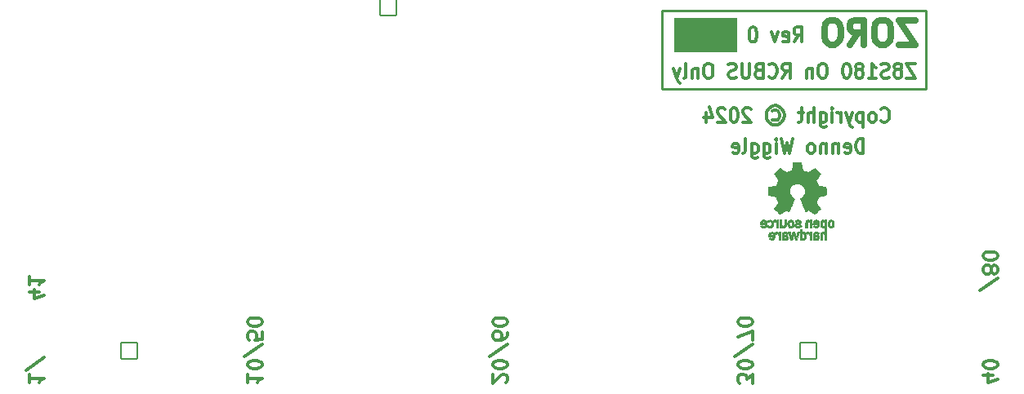
<source format=gbr>
%TF.GenerationSoftware,KiCad,Pcbnew,8.0.4*%
%TF.CreationDate,2024-07-26T11:17:42-07:00*%
%TF.ProjectId,ZORO,5a4f524f-2e6b-4696-9361-645f70636258,0*%
%TF.SameCoordinates,Original*%
%TF.FileFunction,Legend,Bot*%
%TF.FilePolarity,Positive*%
%FSLAX46Y46*%
G04 Gerber Fmt 4.6, Leading zero omitted, Abs format (unit mm)*
G04 Created by KiCad (PCBNEW 8.0.4) date 2024-07-26 11:17:42*
%MOMM*%
%LPD*%
G01*
G04 APERTURE LIST*
G04 Aperture macros list*
%AMRoundRect*
0 Rectangle with rounded corners*
0 $1 Rounding radius*
0 $2 $3 $4 $5 $6 $7 $8 $9 X,Y pos of 4 corners*
0 Add a 4 corners polygon primitive as box body*
4,1,4,$2,$3,$4,$5,$6,$7,$8,$9,$2,$3,0*
0 Add four circle primitives for the rounded corners*
1,1,$1+$1,$2,$3*
1,1,$1+$1,$4,$5*
1,1,$1+$1,$6,$7*
1,1,$1+$1,$8,$9*
0 Add four rect primitives between the rounded corners*
20,1,$1+$1,$2,$3,$4,$5,0*
20,1,$1+$1,$4,$5,$6,$7,0*
20,1,$1+$1,$6,$7,$8,$9,0*
20,1,$1+$1,$8,$9,$2,$3,0*%
G04 Aperture macros list end*
%ADD10C,0.120000*%
%ADD11C,0.254000*%
%ADD12C,0.635000*%
%ADD13C,0.300000*%
%ADD14C,0.317500*%
%ADD15C,0.010000*%
%ADD16C,3.302000*%
%ADD17C,2.802000*%
%ADD18RoundRect,0.051000X0.850000X-0.850000X0.850000X0.850000X-0.850000X0.850000X-0.850000X-0.850000X0*%
%ADD19O,1.802000X1.802000*%
%ADD20RoundRect,0.051000X-0.850000X0.850000X-0.850000X-0.850000X0.850000X-0.850000X0.850000X0.850000X0*%
G04 APERTURE END LIST*
D10*
X68499220Y44533700D02*
X74912220Y44533700D01*
X74912220Y41089700D01*
X68499220Y41089700D01*
X68499220Y44533700D01*
G36*
X68499220Y44533700D02*
G01*
X74912220Y44533700D01*
X74912220Y41089700D01*
X68499220Y41089700D01*
X68499220Y44533700D01*
G37*
D11*
X67228720Y45351700D02*
X94533720Y45351700D01*
X94533720Y37223700D01*
X67228720Y37223700D01*
X67228720Y45351700D01*
D12*
X93435599Y44336668D02*
X91742266Y44336668D01*
X91742266Y44336668D02*
X93435599Y41796668D01*
X93435599Y41796668D02*
X91742266Y41796668D01*
X90290837Y44336668D02*
X89807028Y44336668D01*
X89807028Y44336668D02*
X89565123Y44215716D01*
X89565123Y44215716D02*
X89323218Y43973811D01*
X89323218Y43973811D02*
X89202266Y43490001D01*
X89202266Y43490001D02*
X89202266Y42643335D01*
X89202266Y42643335D02*
X89323218Y42159525D01*
X89323218Y42159525D02*
X89565123Y41917620D01*
X89565123Y41917620D02*
X89807028Y41796668D01*
X89807028Y41796668D02*
X90290837Y41796668D01*
X90290837Y41796668D02*
X90532742Y41917620D01*
X90532742Y41917620D02*
X90774647Y42159525D01*
X90774647Y42159525D02*
X90895599Y42643335D01*
X90895599Y42643335D02*
X90895599Y43490001D01*
X90895599Y43490001D02*
X90774647Y43973811D01*
X90774647Y43973811D02*
X90532742Y44215716D01*
X90532742Y44215716D02*
X90290837Y44336668D01*
X86662266Y41796668D02*
X87508933Y43006192D01*
X88113695Y41796668D02*
X88113695Y44336668D01*
X88113695Y44336668D02*
X87146076Y44336668D01*
X87146076Y44336668D02*
X86904171Y44215716D01*
X86904171Y44215716D02*
X86783218Y44094763D01*
X86783218Y44094763D02*
X86662266Y43852859D01*
X86662266Y43852859D02*
X86662266Y43490001D01*
X86662266Y43490001D02*
X86783218Y43248097D01*
X86783218Y43248097D02*
X86904171Y43127144D01*
X86904171Y43127144D02*
X87146076Y43006192D01*
X87146076Y43006192D02*
X88113695Y43006192D01*
X85089885Y44336668D02*
X84606076Y44336668D01*
X84606076Y44336668D02*
X84364171Y44215716D01*
X84364171Y44215716D02*
X84122266Y43973811D01*
X84122266Y43973811D02*
X84001314Y43490001D01*
X84001314Y43490001D02*
X84001314Y42643335D01*
X84001314Y42643335D02*
X84122266Y42159525D01*
X84122266Y42159525D02*
X84364171Y41917620D01*
X84364171Y41917620D02*
X84606076Y41796668D01*
X84606076Y41796668D02*
X85089885Y41796668D01*
X85089885Y41796668D02*
X85331790Y41917620D01*
X85331790Y41917620D02*
X85573695Y42159525D01*
X85573695Y42159525D02*
X85694647Y42643335D01*
X85694647Y42643335D02*
X85694647Y43490001D01*
X85694647Y43490001D02*
X85573695Y43973811D01*
X85573695Y43973811D02*
X85331790Y44215716D01*
X85331790Y44215716D02*
X85089885Y44336668D01*
D13*
X76547891Y6647354D02*
X76547891Y7575926D01*
X76547891Y7575926D02*
X75976462Y7075926D01*
X75976462Y7075926D02*
X75976462Y7290211D01*
X75976462Y7290211D02*
X75905034Y7433068D01*
X75905034Y7433068D02*
X75833605Y7504497D01*
X75833605Y7504497D02*
X75690748Y7575926D01*
X75690748Y7575926D02*
X75333605Y7575926D01*
X75333605Y7575926D02*
X75190748Y7504497D01*
X75190748Y7504497D02*
X75119320Y7433068D01*
X75119320Y7433068D02*
X75047891Y7290211D01*
X75047891Y7290211D02*
X75047891Y6861640D01*
X75047891Y6861640D02*
X75119320Y6718783D01*
X75119320Y6718783D02*
X75190748Y6647354D01*
X76547891Y8504497D02*
X76547891Y8647354D01*
X76547891Y8647354D02*
X76476462Y8790211D01*
X76476462Y8790211D02*
X76405034Y8861639D01*
X76405034Y8861639D02*
X76262177Y8933068D01*
X76262177Y8933068D02*
X75976462Y9004497D01*
X75976462Y9004497D02*
X75619320Y9004497D01*
X75619320Y9004497D02*
X75333605Y8933068D01*
X75333605Y8933068D02*
X75190748Y8861639D01*
X75190748Y8861639D02*
X75119320Y8790211D01*
X75119320Y8790211D02*
X75047891Y8647354D01*
X75047891Y8647354D02*
X75047891Y8504497D01*
X75047891Y8504497D02*
X75119320Y8361639D01*
X75119320Y8361639D02*
X75190748Y8290211D01*
X75190748Y8290211D02*
X75333605Y8218782D01*
X75333605Y8218782D02*
X75619320Y8147354D01*
X75619320Y8147354D02*
X75976462Y8147354D01*
X75976462Y8147354D02*
X76262177Y8218782D01*
X76262177Y8218782D02*
X76405034Y8290211D01*
X76405034Y8290211D02*
X76476462Y8361639D01*
X76476462Y8361639D02*
X76547891Y8504497D01*
X76619320Y10718782D02*
X74690748Y9433068D01*
X76547891Y11075925D02*
X76547891Y12075925D01*
X76547891Y12075925D02*
X75047891Y11433068D01*
X76547891Y12933068D02*
X76547891Y13075925D01*
X76547891Y13075925D02*
X76476462Y13218782D01*
X76476462Y13218782D02*
X76405034Y13290210D01*
X76405034Y13290210D02*
X76262177Y13361639D01*
X76262177Y13361639D02*
X75976462Y13433068D01*
X75976462Y13433068D02*
X75619320Y13433068D01*
X75619320Y13433068D02*
X75333605Y13361639D01*
X75333605Y13361639D02*
X75190748Y13290210D01*
X75190748Y13290210D02*
X75119320Y13218782D01*
X75119320Y13218782D02*
X75047891Y13075925D01*
X75047891Y13075925D02*
X75047891Y12933068D01*
X75047891Y12933068D02*
X75119320Y12790210D01*
X75119320Y12790210D02*
X75190748Y12718782D01*
X75190748Y12718782D02*
X75333605Y12647353D01*
X75333605Y12647353D02*
X75619320Y12575925D01*
X75619320Y12575925D02*
X75976462Y12575925D01*
X75976462Y12575925D02*
X76262177Y12647353D01*
X76262177Y12647353D02*
X76405034Y12718782D01*
X76405034Y12718782D02*
X76476462Y12790210D01*
X76476462Y12790210D02*
X76547891Y12933068D01*
X1641891Y7575926D02*
X1641891Y6718783D01*
X1641891Y7147354D02*
X3141891Y7147354D01*
X3141891Y7147354D02*
X2927605Y7004497D01*
X2927605Y7004497D02*
X2784748Y6861640D01*
X2784748Y6861640D02*
X2713320Y6718783D01*
X3213320Y9290211D02*
X1284748Y8004497D01*
X2641891Y16147353D02*
X1641891Y16147353D01*
X3213320Y15790211D02*
X2141891Y15433068D01*
X2141891Y15433068D02*
X2141891Y16361639D01*
X1641891Y17718782D02*
X1641891Y16861639D01*
X1641891Y17290210D02*
X3141891Y17290210D01*
X3141891Y17290210D02*
X2927605Y17147353D01*
X2927605Y17147353D02*
X2784748Y17004496D01*
X2784748Y17004496D02*
X2713320Y16861639D01*
D14*
X93426767Y39837179D02*
X92495434Y39837179D01*
X92495434Y39837179D02*
X93426767Y38313179D01*
X93426767Y38313179D02*
X92495434Y38313179D01*
X91763672Y39184036D02*
X91896720Y39256608D01*
X91896720Y39256608D02*
X91963243Y39329179D01*
X91963243Y39329179D02*
X92029767Y39474322D01*
X92029767Y39474322D02*
X92029767Y39546893D01*
X92029767Y39546893D02*
X91963243Y39692036D01*
X91963243Y39692036D02*
X91896720Y39764608D01*
X91896720Y39764608D02*
X91763672Y39837179D01*
X91763672Y39837179D02*
X91497577Y39837179D01*
X91497577Y39837179D02*
X91364529Y39764608D01*
X91364529Y39764608D02*
X91298005Y39692036D01*
X91298005Y39692036D02*
X91231482Y39546893D01*
X91231482Y39546893D02*
X91231482Y39474322D01*
X91231482Y39474322D02*
X91298005Y39329179D01*
X91298005Y39329179D02*
X91364529Y39256608D01*
X91364529Y39256608D02*
X91497577Y39184036D01*
X91497577Y39184036D02*
X91763672Y39184036D01*
X91763672Y39184036D02*
X91896720Y39111465D01*
X91896720Y39111465D02*
X91963243Y39038893D01*
X91963243Y39038893D02*
X92029767Y38893750D01*
X92029767Y38893750D02*
X92029767Y38603465D01*
X92029767Y38603465D02*
X91963243Y38458322D01*
X91963243Y38458322D02*
X91896720Y38385750D01*
X91896720Y38385750D02*
X91763672Y38313179D01*
X91763672Y38313179D02*
X91497577Y38313179D01*
X91497577Y38313179D02*
X91364529Y38385750D01*
X91364529Y38385750D02*
X91298005Y38458322D01*
X91298005Y38458322D02*
X91231482Y38603465D01*
X91231482Y38603465D02*
X91231482Y38893750D01*
X91231482Y38893750D02*
X91298005Y39038893D01*
X91298005Y39038893D02*
X91364529Y39111465D01*
X91364529Y39111465D02*
X91497577Y39184036D01*
X90699291Y38385750D02*
X90499720Y38313179D01*
X90499720Y38313179D02*
X90167101Y38313179D01*
X90167101Y38313179D02*
X90034053Y38385750D01*
X90034053Y38385750D02*
X89967529Y38458322D01*
X89967529Y38458322D02*
X89901006Y38603465D01*
X89901006Y38603465D02*
X89901006Y38748608D01*
X89901006Y38748608D02*
X89967529Y38893750D01*
X89967529Y38893750D02*
X90034053Y38966322D01*
X90034053Y38966322D02*
X90167101Y39038893D01*
X90167101Y39038893D02*
X90433196Y39111465D01*
X90433196Y39111465D02*
X90566244Y39184036D01*
X90566244Y39184036D02*
X90632767Y39256608D01*
X90632767Y39256608D02*
X90699291Y39401750D01*
X90699291Y39401750D02*
X90699291Y39546893D01*
X90699291Y39546893D02*
X90632767Y39692036D01*
X90632767Y39692036D02*
X90566244Y39764608D01*
X90566244Y39764608D02*
X90433196Y39837179D01*
X90433196Y39837179D02*
X90100577Y39837179D01*
X90100577Y39837179D02*
X89901006Y39764608D01*
X88570530Y38313179D02*
X89368815Y38313179D01*
X88969672Y38313179D02*
X88969672Y39837179D01*
X88969672Y39837179D02*
X89102720Y39619465D01*
X89102720Y39619465D02*
X89235768Y39474322D01*
X89235768Y39474322D02*
X89368815Y39401750D01*
X87772244Y39184036D02*
X87905292Y39256608D01*
X87905292Y39256608D02*
X87971815Y39329179D01*
X87971815Y39329179D02*
X88038339Y39474322D01*
X88038339Y39474322D02*
X88038339Y39546893D01*
X88038339Y39546893D02*
X87971815Y39692036D01*
X87971815Y39692036D02*
X87905292Y39764608D01*
X87905292Y39764608D02*
X87772244Y39837179D01*
X87772244Y39837179D02*
X87506149Y39837179D01*
X87506149Y39837179D02*
X87373101Y39764608D01*
X87373101Y39764608D02*
X87306577Y39692036D01*
X87306577Y39692036D02*
X87240054Y39546893D01*
X87240054Y39546893D02*
X87240054Y39474322D01*
X87240054Y39474322D02*
X87306577Y39329179D01*
X87306577Y39329179D02*
X87373101Y39256608D01*
X87373101Y39256608D02*
X87506149Y39184036D01*
X87506149Y39184036D02*
X87772244Y39184036D01*
X87772244Y39184036D02*
X87905292Y39111465D01*
X87905292Y39111465D02*
X87971815Y39038893D01*
X87971815Y39038893D02*
X88038339Y38893750D01*
X88038339Y38893750D02*
X88038339Y38603465D01*
X88038339Y38603465D02*
X87971815Y38458322D01*
X87971815Y38458322D02*
X87905292Y38385750D01*
X87905292Y38385750D02*
X87772244Y38313179D01*
X87772244Y38313179D02*
X87506149Y38313179D01*
X87506149Y38313179D02*
X87373101Y38385750D01*
X87373101Y38385750D02*
X87306577Y38458322D01*
X87306577Y38458322D02*
X87240054Y38603465D01*
X87240054Y38603465D02*
X87240054Y38893750D01*
X87240054Y38893750D02*
X87306577Y39038893D01*
X87306577Y39038893D02*
X87373101Y39111465D01*
X87373101Y39111465D02*
X87506149Y39184036D01*
X86375244Y39837179D02*
X86242197Y39837179D01*
X86242197Y39837179D02*
X86109149Y39764608D01*
X86109149Y39764608D02*
X86042625Y39692036D01*
X86042625Y39692036D02*
X85976101Y39546893D01*
X85976101Y39546893D02*
X85909578Y39256608D01*
X85909578Y39256608D02*
X85909578Y38893750D01*
X85909578Y38893750D02*
X85976101Y38603465D01*
X85976101Y38603465D02*
X86042625Y38458322D01*
X86042625Y38458322D02*
X86109149Y38385750D01*
X86109149Y38385750D02*
X86242197Y38313179D01*
X86242197Y38313179D02*
X86375244Y38313179D01*
X86375244Y38313179D02*
X86508292Y38385750D01*
X86508292Y38385750D02*
X86574816Y38458322D01*
X86574816Y38458322D02*
X86641339Y38603465D01*
X86641339Y38603465D02*
X86707863Y38893750D01*
X86707863Y38893750D02*
X86707863Y39256608D01*
X86707863Y39256608D02*
X86641339Y39546893D01*
X86641339Y39546893D02*
X86574816Y39692036D01*
X86574816Y39692036D02*
X86508292Y39764608D01*
X86508292Y39764608D02*
X86375244Y39837179D01*
X83980387Y39837179D02*
X83714292Y39837179D01*
X83714292Y39837179D02*
X83581244Y39764608D01*
X83581244Y39764608D02*
X83448197Y39619465D01*
X83448197Y39619465D02*
X83381673Y39329179D01*
X83381673Y39329179D02*
X83381673Y38821179D01*
X83381673Y38821179D02*
X83448197Y38530893D01*
X83448197Y38530893D02*
X83581244Y38385750D01*
X83581244Y38385750D02*
X83714292Y38313179D01*
X83714292Y38313179D02*
X83980387Y38313179D01*
X83980387Y38313179D02*
X84113435Y38385750D01*
X84113435Y38385750D02*
X84246482Y38530893D01*
X84246482Y38530893D02*
X84313006Y38821179D01*
X84313006Y38821179D02*
X84313006Y39329179D01*
X84313006Y39329179D02*
X84246482Y39619465D01*
X84246482Y39619465D02*
X84113435Y39764608D01*
X84113435Y39764608D02*
X83980387Y39837179D01*
X82782958Y39329179D02*
X82782958Y38313179D01*
X82782958Y39184036D02*
X82716435Y39256608D01*
X82716435Y39256608D02*
X82583387Y39329179D01*
X82583387Y39329179D02*
X82383816Y39329179D01*
X82383816Y39329179D02*
X82250768Y39256608D01*
X82250768Y39256608D02*
X82184244Y39111465D01*
X82184244Y39111465D02*
X82184244Y38313179D01*
X79656340Y38313179D02*
X80122006Y39038893D01*
X80454625Y38313179D02*
X80454625Y39837179D01*
X80454625Y39837179D02*
X79922435Y39837179D01*
X79922435Y39837179D02*
X79789387Y39764608D01*
X79789387Y39764608D02*
X79722864Y39692036D01*
X79722864Y39692036D02*
X79656340Y39546893D01*
X79656340Y39546893D02*
X79656340Y39329179D01*
X79656340Y39329179D02*
X79722864Y39184036D01*
X79722864Y39184036D02*
X79789387Y39111465D01*
X79789387Y39111465D02*
X79922435Y39038893D01*
X79922435Y39038893D02*
X80454625Y39038893D01*
X78259340Y38458322D02*
X78325864Y38385750D01*
X78325864Y38385750D02*
X78525435Y38313179D01*
X78525435Y38313179D02*
X78658483Y38313179D01*
X78658483Y38313179D02*
X78858054Y38385750D01*
X78858054Y38385750D02*
X78991102Y38530893D01*
X78991102Y38530893D02*
X79057625Y38676036D01*
X79057625Y38676036D02*
X79124149Y38966322D01*
X79124149Y38966322D02*
X79124149Y39184036D01*
X79124149Y39184036D02*
X79057625Y39474322D01*
X79057625Y39474322D02*
X78991102Y39619465D01*
X78991102Y39619465D02*
X78858054Y39764608D01*
X78858054Y39764608D02*
X78658483Y39837179D01*
X78658483Y39837179D02*
X78525435Y39837179D01*
X78525435Y39837179D02*
X78325864Y39764608D01*
X78325864Y39764608D02*
X78259340Y39692036D01*
X77194959Y39111465D02*
X76995387Y39038893D01*
X76995387Y39038893D02*
X76928864Y38966322D01*
X76928864Y38966322D02*
X76862340Y38821179D01*
X76862340Y38821179D02*
X76862340Y38603465D01*
X76862340Y38603465D02*
X76928864Y38458322D01*
X76928864Y38458322D02*
X76995387Y38385750D01*
X76995387Y38385750D02*
X77128435Y38313179D01*
X77128435Y38313179D02*
X77660625Y38313179D01*
X77660625Y38313179D02*
X77660625Y39837179D01*
X77660625Y39837179D02*
X77194959Y39837179D01*
X77194959Y39837179D02*
X77061911Y39764608D01*
X77061911Y39764608D02*
X76995387Y39692036D01*
X76995387Y39692036D02*
X76928864Y39546893D01*
X76928864Y39546893D02*
X76928864Y39401750D01*
X76928864Y39401750D02*
X76995387Y39256608D01*
X76995387Y39256608D02*
X77061911Y39184036D01*
X77061911Y39184036D02*
X77194959Y39111465D01*
X77194959Y39111465D02*
X77660625Y39111465D01*
X76263625Y39837179D02*
X76263625Y38603465D01*
X76263625Y38603465D02*
X76197102Y38458322D01*
X76197102Y38458322D02*
X76130578Y38385750D01*
X76130578Y38385750D02*
X75997530Y38313179D01*
X75997530Y38313179D02*
X75731435Y38313179D01*
X75731435Y38313179D02*
X75598387Y38385750D01*
X75598387Y38385750D02*
X75531864Y38458322D01*
X75531864Y38458322D02*
X75465340Y38603465D01*
X75465340Y38603465D02*
X75465340Y39837179D01*
X74866625Y38385750D02*
X74667054Y38313179D01*
X74667054Y38313179D02*
X74334435Y38313179D01*
X74334435Y38313179D02*
X74201387Y38385750D01*
X74201387Y38385750D02*
X74134863Y38458322D01*
X74134863Y38458322D02*
X74068340Y38603465D01*
X74068340Y38603465D02*
X74068340Y38748608D01*
X74068340Y38748608D02*
X74134863Y38893750D01*
X74134863Y38893750D02*
X74201387Y38966322D01*
X74201387Y38966322D02*
X74334435Y39038893D01*
X74334435Y39038893D02*
X74600530Y39111465D01*
X74600530Y39111465D02*
X74733578Y39184036D01*
X74733578Y39184036D02*
X74800101Y39256608D01*
X74800101Y39256608D02*
X74866625Y39401750D01*
X74866625Y39401750D02*
X74866625Y39546893D01*
X74866625Y39546893D02*
X74800101Y39692036D01*
X74800101Y39692036D02*
X74733578Y39764608D01*
X74733578Y39764608D02*
X74600530Y39837179D01*
X74600530Y39837179D02*
X74267911Y39837179D01*
X74267911Y39837179D02*
X74068340Y39764608D01*
X72139149Y39837179D02*
X71873054Y39837179D01*
X71873054Y39837179D02*
X71740006Y39764608D01*
X71740006Y39764608D02*
X71606959Y39619465D01*
X71606959Y39619465D02*
X71540435Y39329179D01*
X71540435Y39329179D02*
X71540435Y38821179D01*
X71540435Y38821179D02*
X71606959Y38530893D01*
X71606959Y38530893D02*
X71740006Y38385750D01*
X71740006Y38385750D02*
X71873054Y38313179D01*
X71873054Y38313179D02*
X72139149Y38313179D01*
X72139149Y38313179D02*
X72272197Y38385750D01*
X72272197Y38385750D02*
X72405244Y38530893D01*
X72405244Y38530893D02*
X72471768Y38821179D01*
X72471768Y38821179D02*
X72471768Y39329179D01*
X72471768Y39329179D02*
X72405244Y39619465D01*
X72405244Y39619465D02*
X72272197Y39764608D01*
X72272197Y39764608D02*
X72139149Y39837179D01*
X70941720Y39329179D02*
X70941720Y38313179D01*
X70941720Y39184036D02*
X70875197Y39256608D01*
X70875197Y39256608D02*
X70742149Y39329179D01*
X70742149Y39329179D02*
X70542578Y39329179D01*
X70542578Y39329179D02*
X70409530Y39256608D01*
X70409530Y39256608D02*
X70343006Y39111465D01*
X70343006Y39111465D02*
X70343006Y38313179D01*
X69478197Y38313179D02*
X69611245Y38385750D01*
X69611245Y38385750D02*
X69677768Y38530893D01*
X69677768Y38530893D02*
X69677768Y39837179D01*
X69079054Y39329179D02*
X68746435Y38313179D01*
X68413816Y39329179D02*
X68746435Y38313179D01*
X68746435Y38313179D02*
X68879483Y37950322D01*
X68879483Y37950322D02*
X68946006Y37877750D01*
X68946006Y37877750D02*
X69079054Y37805179D01*
D13*
X24247891Y7575926D02*
X24247891Y6718783D01*
X24247891Y7147354D02*
X25747891Y7147354D01*
X25747891Y7147354D02*
X25533605Y7004497D01*
X25533605Y7004497D02*
X25390748Y6861640D01*
X25390748Y6861640D02*
X25319320Y6718783D01*
X25747891Y8504497D02*
X25747891Y8647354D01*
X25747891Y8647354D02*
X25676462Y8790211D01*
X25676462Y8790211D02*
X25605034Y8861639D01*
X25605034Y8861639D02*
X25462177Y8933068D01*
X25462177Y8933068D02*
X25176462Y9004497D01*
X25176462Y9004497D02*
X24819320Y9004497D01*
X24819320Y9004497D02*
X24533605Y8933068D01*
X24533605Y8933068D02*
X24390748Y8861639D01*
X24390748Y8861639D02*
X24319320Y8790211D01*
X24319320Y8790211D02*
X24247891Y8647354D01*
X24247891Y8647354D02*
X24247891Y8504497D01*
X24247891Y8504497D02*
X24319320Y8361639D01*
X24319320Y8361639D02*
X24390748Y8290211D01*
X24390748Y8290211D02*
X24533605Y8218782D01*
X24533605Y8218782D02*
X24819320Y8147354D01*
X24819320Y8147354D02*
X25176462Y8147354D01*
X25176462Y8147354D02*
X25462177Y8218782D01*
X25462177Y8218782D02*
X25605034Y8290211D01*
X25605034Y8290211D02*
X25676462Y8361639D01*
X25676462Y8361639D02*
X25747891Y8504497D01*
X25819320Y10718782D02*
X23890748Y9433068D01*
X25747891Y11933068D02*
X25747891Y11218782D01*
X25747891Y11218782D02*
X25033605Y11147354D01*
X25033605Y11147354D02*
X25105034Y11218782D01*
X25105034Y11218782D02*
X25176462Y11361639D01*
X25176462Y11361639D02*
X25176462Y11718782D01*
X25176462Y11718782D02*
X25105034Y11861639D01*
X25105034Y11861639D02*
X25033605Y11933068D01*
X25033605Y11933068D02*
X24890748Y12004497D01*
X24890748Y12004497D02*
X24533605Y12004497D01*
X24533605Y12004497D02*
X24390748Y11933068D01*
X24390748Y11933068D02*
X24319320Y11861639D01*
X24319320Y11861639D02*
X24247891Y11718782D01*
X24247891Y11718782D02*
X24247891Y11361639D01*
X24247891Y11361639D02*
X24319320Y11218782D01*
X24319320Y11218782D02*
X24390748Y11147354D01*
X25747891Y12933068D02*
X25747891Y13075925D01*
X25747891Y13075925D02*
X25676462Y13218782D01*
X25676462Y13218782D02*
X25605034Y13290210D01*
X25605034Y13290210D02*
X25462177Y13361639D01*
X25462177Y13361639D02*
X25176462Y13433068D01*
X25176462Y13433068D02*
X24819320Y13433068D01*
X24819320Y13433068D02*
X24533605Y13361639D01*
X24533605Y13361639D02*
X24390748Y13290210D01*
X24390748Y13290210D02*
X24319320Y13218782D01*
X24319320Y13218782D02*
X24247891Y13075925D01*
X24247891Y13075925D02*
X24247891Y12933068D01*
X24247891Y12933068D02*
X24319320Y12790210D01*
X24319320Y12790210D02*
X24390748Y12718782D01*
X24390748Y12718782D02*
X24533605Y12647353D01*
X24533605Y12647353D02*
X24819320Y12575925D01*
X24819320Y12575925D02*
X25176462Y12575925D01*
X25176462Y12575925D02*
X25462177Y12647353D01*
X25462177Y12647353D02*
X25605034Y12718782D01*
X25605034Y12718782D02*
X25676462Y12790210D01*
X25676462Y12790210D02*
X25747891Y12933068D01*
D14*
X88048619Y30495179D02*
X88048619Y32019179D01*
X88048619Y32019179D02*
X87716000Y32019179D01*
X87716000Y32019179D02*
X87516429Y31946608D01*
X87516429Y31946608D02*
X87383381Y31801465D01*
X87383381Y31801465D02*
X87316858Y31656322D01*
X87316858Y31656322D02*
X87250334Y31366036D01*
X87250334Y31366036D02*
X87250334Y31148322D01*
X87250334Y31148322D02*
X87316858Y30858036D01*
X87316858Y30858036D02*
X87383381Y30712893D01*
X87383381Y30712893D02*
X87516429Y30567750D01*
X87516429Y30567750D02*
X87716000Y30495179D01*
X87716000Y30495179D02*
X88048619Y30495179D01*
X86119429Y30567750D02*
X86252477Y30495179D01*
X86252477Y30495179D02*
X86518572Y30495179D01*
X86518572Y30495179D02*
X86651619Y30567750D01*
X86651619Y30567750D02*
X86718143Y30712893D01*
X86718143Y30712893D02*
X86718143Y31293465D01*
X86718143Y31293465D02*
X86651619Y31438608D01*
X86651619Y31438608D02*
X86518572Y31511179D01*
X86518572Y31511179D02*
X86252477Y31511179D01*
X86252477Y31511179D02*
X86119429Y31438608D01*
X86119429Y31438608D02*
X86052905Y31293465D01*
X86052905Y31293465D02*
X86052905Y31148322D01*
X86052905Y31148322D02*
X86718143Y31003179D01*
X85454190Y31511179D02*
X85454190Y30495179D01*
X85454190Y31366036D02*
X85387667Y31438608D01*
X85387667Y31438608D02*
X85254619Y31511179D01*
X85254619Y31511179D02*
X85055048Y31511179D01*
X85055048Y31511179D02*
X84922000Y31438608D01*
X84922000Y31438608D02*
X84855476Y31293465D01*
X84855476Y31293465D02*
X84855476Y30495179D01*
X84190238Y31511179D02*
X84190238Y30495179D01*
X84190238Y31366036D02*
X84123715Y31438608D01*
X84123715Y31438608D02*
X83990667Y31511179D01*
X83990667Y31511179D02*
X83791096Y31511179D01*
X83791096Y31511179D02*
X83658048Y31438608D01*
X83658048Y31438608D02*
X83591524Y31293465D01*
X83591524Y31293465D02*
X83591524Y30495179D01*
X82726715Y30495179D02*
X82859763Y30567750D01*
X82859763Y30567750D02*
X82926286Y30640322D01*
X82926286Y30640322D02*
X82992810Y30785465D01*
X82992810Y30785465D02*
X82992810Y31220893D01*
X82992810Y31220893D02*
X82926286Y31366036D01*
X82926286Y31366036D02*
X82859763Y31438608D01*
X82859763Y31438608D02*
X82726715Y31511179D01*
X82726715Y31511179D02*
X82527144Y31511179D01*
X82527144Y31511179D02*
X82394096Y31438608D01*
X82394096Y31438608D02*
X82327572Y31366036D01*
X82327572Y31366036D02*
X82261048Y31220893D01*
X82261048Y31220893D02*
X82261048Y30785465D01*
X82261048Y30785465D02*
X82327572Y30640322D01*
X82327572Y30640322D02*
X82394096Y30567750D01*
X82394096Y30567750D02*
X82527144Y30495179D01*
X82527144Y30495179D02*
X82726715Y30495179D01*
X80731001Y32019179D02*
X80398382Y30495179D01*
X80398382Y30495179D02*
X80132287Y31583750D01*
X80132287Y31583750D02*
X79866192Y30495179D01*
X79866192Y30495179D02*
X79533573Y32019179D01*
X79001382Y30495179D02*
X79001382Y31511179D01*
X79001382Y32019179D02*
X79067906Y31946608D01*
X79067906Y31946608D02*
X79001382Y31874036D01*
X79001382Y31874036D02*
X78934859Y31946608D01*
X78934859Y31946608D02*
X79001382Y32019179D01*
X79001382Y32019179D02*
X79001382Y31874036D01*
X77737430Y31511179D02*
X77737430Y30277465D01*
X77737430Y30277465D02*
X77803954Y30132322D01*
X77803954Y30132322D02*
X77870478Y30059750D01*
X77870478Y30059750D02*
X78003525Y29987179D01*
X78003525Y29987179D02*
X78203097Y29987179D01*
X78203097Y29987179D02*
X78336144Y30059750D01*
X77737430Y30567750D02*
X77870478Y30495179D01*
X77870478Y30495179D02*
X78136573Y30495179D01*
X78136573Y30495179D02*
X78269621Y30567750D01*
X78269621Y30567750D02*
X78336144Y30640322D01*
X78336144Y30640322D02*
X78402668Y30785465D01*
X78402668Y30785465D02*
X78402668Y31220893D01*
X78402668Y31220893D02*
X78336144Y31366036D01*
X78336144Y31366036D02*
X78269621Y31438608D01*
X78269621Y31438608D02*
X78136573Y31511179D01*
X78136573Y31511179D02*
X77870478Y31511179D01*
X77870478Y31511179D02*
X77737430Y31438608D01*
X76473478Y31511179D02*
X76473478Y30277465D01*
X76473478Y30277465D02*
X76540002Y30132322D01*
X76540002Y30132322D02*
X76606526Y30059750D01*
X76606526Y30059750D02*
X76739573Y29987179D01*
X76739573Y29987179D02*
X76939145Y29987179D01*
X76939145Y29987179D02*
X77072192Y30059750D01*
X76473478Y30567750D02*
X76606526Y30495179D01*
X76606526Y30495179D02*
X76872621Y30495179D01*
X76872621Y30495179D02*
X77005669Y30567750D01*
X77005669Y30567750D02*
X77072192Y30640322D01*
X77072192Y30640322D02*
X77138716Y30785465D01*
X77138716Y30785465D02*
X77138716Y31220893D01*
X77138716Y31220893D02*
X77072192Y31366036D01*
X77072192Y31366036D02*
X77005669Y31438608D01*
X77005669Y31438608D02*
X76872621Y31511179D01*
X76872621Y31511179D02*
X76606526Y31511179D01*
X76606526Y31511179D02*
X76473478Y31438608D01*
X75608669Y30495179D02*
X75741717Y30567750D01*
X75741717Y30567750D02*
X75808240Y30712893D01*
X75808240Y30712893D02*
X75808240Y32019179D01*
X74544288Y30567750D02*
X74677336Y30495179D01*
X74677336Y30495179D02*
X74943431Y30495179D01*
X74943431Y30495179D02*
X75076478Y30567750D01*
X75076478Y30567750D02*
X75143002Y30712893D01*
X75143002Y30712893D02*
X75143002Y31293465D01*
X75143002Y31293465D02*
X75076478Y31438608D01*
X75076478Y31438608D02*
X74943431Y31511179D01*
X74943431Y31511179D02*
X74677336Y31511179D01*
X74677336Y31511179D02*
X74544288Y31438608D01*
X74544288Y31438608D02*
X74477764Y31293465D01*
X74477764Y31293465D02*
X74477764Y31148322D01*
X74477764Y31148322D02*
X75143002Y31003179D01*
X89891934Y33866122D02*
X89958458Y33793550D01*
X89958458Y33793550D02*
X90158029Y33720979D01*
X90158029Y33720979D02*
X90291077Y33720979D01*
X90291077Y33720979D02*
X90490648Y33793550D01*
X90490648Y33793550D02*
X90623696Y33938693D01*
X90623696Y33938693D02*
X90690219Y34083836D01*
X90690219Y34083836D02*
X90756743Y34374122D01*
X90756743Y34374122D02*
X90756743Y34591836D01*
X90756743Y34591836D02*
X90690219Y34882122D01*
X90690219Y34882122D02*
X90623696Y35027265D01*
X90623696Y35027265D02*
X90490648Y35172408D01*
X90490648Y35172408D02*
X90291077Y35244979D01*
X90291077Y35244979D02*
X90158029Y35244979D01*
X90158029Y35244979D02*
X89958458Y35172408D01*
X89958458Y35172408D02*
X89891934Y35099836D01*
X89093648Y33720979D02*
X89226696Y33793550D01*
X89226696Y33793550D02*
X89293219Y33866122D01*
X89293219Y33866122D02*
X89359743Y34011265D01*
X89359743Y34011265D02*
X89359743Y34446693D01*
X89359743Y34446693D02*
X89293219Y34591836D01*
X89293219Y34591836D02*
X89226696Y34664408D01*
X89226696Y34664408D02*
X89093648Y34736979D01*
X89093648Y34736979D02*
X88894077Y34736979D01*
X88894077Y34736979D02*
X88761029Y34664408D01*
X88761029Y34664408D02*
X88694505Y34591836D01*
X88694505Y34591836D02*
X88627981Y34446693D01*
X88627981Y34446693D02*
X88627981Y34011265D01*
X88627981Y34011265D02*
X88694505Y33866122D01*
X88694505Y33866122D02*
X88761029Y33793550D01*
X88761029Y33793550D02*
X88894077Y33720979D01*
X88894077Y33720979D02*
X89093648Y33720979D01*
X88029267Y34736979D02*
X88029267Y33212979D01*
X88029267Y34664408D02*
X87896220Y34736979D01*
X87896220Y34736979D02*
X87630125Y34736979D01*
X87630125Y34736979D02*
X87497077Y34664408D01*
X87497077Y34664408D02*
X87430553Y34591836D01*
X87430553Y34591836D02*
X87364029Y34446693D01*
X87364029Y34446693D02*
X87364029Y34011265D01*
X87364029Y34011265D02*
X87430553Y33866122D01*
X87430553Y33866122D02*
X87497077Y33793550D01*
X87497077Y33793550D02*
X87630125Y33720979D01*
X87630125Y33720979D02*
X87896220Y33720979D01*
X87896220Y33720979D02*
X88029267Y33793550D01*
X86898363Y34736979D02*
X86565744Y33720979D01*
X86233125Y34736979D02*
X86565744Y33720979D01*
X86565744Y33720979D02*
X86698792Y33358122D01*
X86698792Y33358122D02*
X86765315Y33285550D01*
X86765315Y33285550D02*
X86898363Y33212979D01*
X85700934Y33720979D02*
X85700934Y34736979D01*
X85700934Y34446693D02*
X85634411Y34591836D01*
X85634411Y34591836D02*
X85567887Y34664408D01*
X85567887Y34664408D02*
X85434839Y34736979D01*
X85434839Y34736979D02*
X85301792Y34736979D01*
X84836124Y33720979D02*
X84836124Y34736979D01*
X84836124Y35244979D02*
X84902648Y35172408D01*
X84902648Y35172408D02*
X84836124Y35099836D01*
X84836124Y35099836D02*
X84769601Y35172408D01*
X84769601Y35172408D02*
X84836124Y35244979D01*
X84836124Y35244979D02*
X84836124Y35099836D01*
X83572172Y34736979D02*
X83572172Y33503265D01*
X83572172Y33503265D02*
X83638696Y33358122D01*
X83638696Y33358122D02*
X83705220Y33285550D01*
X83705220Y33285550D02*
X83838267Y33212979D01*
X83838267Y33212979D02*
X84037839Y33212979D01*
X84037839Y33212979D02*
X84170886Y33285550D01*
X83572172Y33793550D02*
X83705220Y33720979D01*
X83705220Y33720979D02*
X83971315Y33720979D01*
X83971315Y33720979D02*
X84104363Y33793550D01*
X84104363Y33793550D02*
X84170886Y33866122D01*
X84170886Y33866122D02*
X84237410Y34011265D01*
X84237410Y34011265D02*
X84237410Y34446693D01*
X84237410Y34446693D02*
X84170886Y34591836D01*
X84170886Y34591836D02*
X84104363Y34664408D01*
X84104363Y34664408D02*
X83971315Y34736979D01*
X83971315Y34736979D02*
X83705220Y34736979D01*
X83705220Y34736979D02*
X83572172Y34664408D01*
X82906934Y33720979D02*
X82906934Y35244979D01*
X82308220Y33720979D02*
X82308220Y34519265D01*
X82308220Y34519265D02*
X82374744Y34664408D01*
X82374744Y34664408D02*
X82507792Y34736979D01*
X82507792Y34736979D02*
X82707363Y34736979D01*
X82707363Y34736979D02*
X82840411Y34664408D01*
X82840411Y34664408D02*
X82906934Y34591836D01*
X81842554Y34736979D02*
X81310363Y34736979D01*
X81642982Y35244979D02*
X81642982Y33938693D01*
X81642982Y33938693D02*
X81576459Y33793550D01*
X81576459Y33793550D02*
X81443411Y33720979D01*
X81443411Y33720979D02*
X81310363Y33720979D01*
X78649411Y34882122D02*
X78782458Y34954693D01*
X78782458Y34954693D02*
X79048554Y34954693D01*
X79048554Y34954693D02*
X79181601Y34882122D01*
X79181601Y34882122D02*
X79314649Y34736979D01*
X79314649Y34736979D02*
X79381173Y34591836D01*
X79381173Y34591836D02*
X79381173Y34301550D01*
X79381173Y34301550D02*
X79314649Y34156408D01*
X79314649Y34156408D02*
X79181601Y34011265D01*
X79181601Y34011265D02*
X79048554Y33938693D01*
X79048554Y33938693D02*
X78782458Y33938693D01*
X78782458Y33938693D02*
X78649411Y34011265D01*
X78915506Y35462693D02*
X79248125Y35390122D01*
X79248125Y35390122D02*
X79580744Y35172408D01*
X79580744Y35172408D02*
X79780315Y34809550D01*
X79780315Y34809550D02*
X79846839Y34446693D01*
X79846839Y34446693D02*
X79780315Y34083836D01*
X79780315Y34083836D02*
X79580744Y33720979D01*
X79580744Y33720979D02*
X79248125Y33503265D01*
X79248125Y33503265D02*
X78915506Y33430693D01*
X78915506Y33430693D02*
X78582887Y33503265D01*
X78582887Y33503265D02*
X78250268Y33720979D01*
X78250268Y33720979D02*
X78050696Y34083836D01*
X78050696Y34083836D02*
X77984173Y34446693D01*
X77984173Y34446693D02*
X78050696Y34809550D01*
X78050696Y34809550D02*
X78250268Y35172408D01*
X78250268Y35172408D02*
X78582887Y35390122D01*
X78582887Y35390122D02*
X78915506Y35462693D01*
X76387601Y35099836D02*
X76321077Y35172408D01*
X76321077Y35172408D02*
X76188030Y35244979D01*
X76188030Y35244979D02*
X75855411Y35244979D01*
X75855411Y35244979D02*
X75722363Y35172408D01*
X75722363Y35172408D02*
X75655839Y35099836D01*
X75655839Y35099836D02*
X75589316Y34954693D01*
X75589316Y34954693D02*
X75589316Y34809550D01*
X75589316Y34809550D02*
X75655839Y34591836D01*
X75655839Y34591836D02*
X76454125Y33720979D01*
X76454125Y33720979D02*
X75589316Y33720979D01*
X74724506Y35244979D02*
X74591459Y35244979D01*
X74591459Y35244979D02*
X74458411Y35172408D01*
X74458411Y35172408D02*
X74391887Y35099836D01*
X74391887Y35099836D02*
X74325363Y34954693D01*
X74325363Y34954693D02*
X74258840Y34664408D01*
X74258840Y34664408D02*
X74258840Y34301550D01*
X74258840Y34301550D02*
X74325363Y34011265D01*
X74325363Y34011265D02*
X74391887Y33866122D01*
X74391887Y33866122D02*
X74458411Y33793550D01*
X74458411Y33793550D02*
X74591459Y33720979D01*
X74591459Y33720979D02*
X74724506Y33720979D01*
X74724506Y33720979D02*
X74857554Y33793550D01*
X74857554Y33793550D02*
X74924078Y33866122D01*
X74924078Y33866122D02*
X74990601Y34011265D01*
X74990601Y34011265D02*
X75057125Y34301550D01*
X75057125Y34301550D02*
X75057125Y34664408D01*
X75057125Y34664408D02*
X74990601Y34954693D01*
X74990601Y34954693D02*
X74924078Y35099836D01*
X74924078Y35099836D02*
X74857554Y35172408D01*
X74857554Y35172408D02*
X74724506Y35244979D01*
X73726649Y35099836D02*
X73660125Y35172408D01*
X73660125Y35172408D02*
X73527078Y35244979D01*
X73527078Y35244979D02*
X73194459Y35244979D01*
X73194459Y35244979D02*
X73061411Y35172408D01*
X73061411Y35172408D02*
X72994887Y35099836D01*
X72994887Y35099836D02*
X72928364Y34954693D01*
X72928364Y34954693D02*
X72928364Y34809550D01*
X72928364Y34809550D02*
X72994887Y34591836D01*
X72994887Y34591836D02*
X73793173Y33720979D01*
X73793173Y33720979D02*
X72928364Y33720979D01*
X71730935Y34736979D02*
X71730935Y33720979D01*
X72063554Y35317550D02*
X72396173Y34228979D01*
X72396173Y34228979D02*
X71531364Y34228979D01*
X80875434Y42067179D02*
X81341100Y42792893D01*
X81673719Y42067179D02*
X81673719Y43591179D01*
X81673719Y43591179D02*
X81141529Y43591179D01*
X81141529Y43591179D02*
X81008481Y43518608D01*
X81008481Y43518608D02*
X80941958Y43446036D01*
X80941958Y43446036D02*
X80875434Y43300893D01*
X80875434Y43300893D02*
X80875434Y43083179D01*
X80875434Y43083179D02*
X80941958Y42938036D01*
X80941958Y42938036D02*
X81008481Y42865465D01*
X81008481Y42865465D02*
X81141529Y42792893D01*
X81141529Y42792893D02*
X81673719Y42792893D01*
X79744529Y42139750D02*
X79877577Y42067179D01*
X79877577Y42067179D02*
X80143672Y42067179D01*
X80143672Y42067179D02*
X80276719Y42139750D01*
X80276719Y42139750D02*
X80343243Y42284893D01*
X80343243Y42284893D02*
X80343243Y42865465D01*
X80343243Y42865465D02*
X80276719Y43010608D01*
X80276719Y43010608D02*
X80143672Y43083179D01*
X80143672Y43083179D02*
X79877577Y43083179D01*
X79877577Y43083179D02*
X79744529Y43010608D01*
X79744529Y43010608D02*
X79678005Y42865465D01*
X79678005Y42865465D02*
X79678005Y42720322D01*
X79678005Y42720322D02*
X80343243Y42575179D01*
X79212338Y43083179D02*
X78879719Y42067179D01*
X78879719Y42067179D02*
X78547100Y43083179D01*
X76684433Y43591179D02*
X76551386Y43591179D01*
X76551386Y43591179D02*
X76418338Y43518608D01*
X76418338Y43518608D02*
X76351814Y43446036D01*
X76351814Y43446036D02*
X76285290Y43300893D01*
X76285290Y43300893D02*
X76218767Y43010608D01*
X76218767Y43010608D02*
X76218767Y42647750D01*
X76218767Y42647750D02*
X76285290Y42357465D01*
X76285290Y42357465D02*
X76351814Y42212322D01*
X76351814Y42212322D02*
X76418338Y42139750D01*
X76418338Y42139750D02*
X76551386Y42067179D01*
X76551386Y42067179D02*
X76684433Y42067179D01*
X76684433Y42067179D02*
X76817481Y42139750D01*
X76817481Y42139750D02*
X76884005Y42212322D01*
X76884005Y42212322D02*
X76950528Y42357465D01*
X76950528Y42357465D02*
X77017052Y42647750D01*
X77017052Y42647750D02*
X77017052Y43010608D01*
X77017052Y43010608D02*
X76950528Y43300893D01*
X76950528Y43300893D02*
X76884005Y43446036D01*
X76884005Y43446036D02*
X76817481Y43518608D01*
X76817481Y43518608D02*
X76684433Y43591179D01*
D13*
X51005034Y6718783D02*
X51076462Y6790211D01*
X51076462Y6790211D02*
X51147891Y6933068D01*
X51147891Y6933068D02*
X51147891Y7290211D01*
X51147891Y7290211D02*
X51076462Y7433068D01*
X51076462Y7433068D02*
X51005034Y7504497D01*
X51005034Y7504497D02*
X50862177Y7575926D01*
X50862177Y7575926D02*
X50719320Y7575926D01*
X50719320Y7575926D02*
X50505034Y7504497D01*
X50505034Y7504497D02*
X49647891Y6647354D01*
X49647891Y6647354D02*
X49647891Y7575926D01*
X51147891Y8504497D02*
X51147891Y8647354D01*
X51147891Y8647354D02*
X51076462Y8790211D01*
X51076462Y8790211D02*
X51005034Y8861639D01*
X51005034Y8861639D02*
X50862177Y8933068D01*
X50862177Y8933068D02*
X50576462Y9004497D01*
X50576462Y9004497D02*
X50219320Y9004497D01*
X50219320Y9004497D02*
X49933605Y8933068D01*
X49933605Y8933068D02*
X49790748Y8861639D01*
X49790748Y8861639D02*
X49719320Y8790211D01*
X49719320Y8790211D02*
X49647891Y8647354D01*
X49647891Y8647354D02*
X49647891Y8504497D01*
X49647891Y8504497D02*
X49719320Y8361639D01*
X49719320Y8361639D02*
X49790748Y8290211D01*
X49790748Y8290211D02*
X49933605Y8218782D01*
X49933605Y8218782D02*
X50219320Y8147354D01*
X50219320Y8147354D02*
X50576462Y8147354D01*
X50576462Y8147354D02*
X50862177Y8218782D01*
X50862177Y8218782D02*
X51005034Y8290211D01*
X51005034Y8290211D02*
X51076462Y8361639D01*
X51076462Y8361639D02*
X51147891Y8504497D01*
X51219320Y10718782D02*
X49290748Y9433068D01*
X51147891Y11861639D02*
X51147891Y11575925D01*
X51147891Y11575925D02*
X51076462Y11433068D01*
X51076462Y11433068D02*
X51005034Y11361639D01*
X51005034Y11361639D02*
X50790748Y11218782D01*
X50790748Y11218782D02*
X50505034Y11147354D01*
X50505034Y11147354D02*
X49933605Y11147354D01*
X49933605Y11147354D02*
X49790748Y11218782D01*
X49790748Y11218782D02*
X49719320Y11290211D01*
X49719320Y11290211D02*
X49647891Y11433068D01*
X49647891Y11433068D02*
X49647891Y11718782D01*
X49647891Y11718782D02*
X49719320Y11861639D01*
X49719320Y11861639D02*
X49790748Y11933068D01*
X49790748Y11933068D02*
X49933605Y12004497D01*
X49933605Y12004497D02*
X50290748Y12004497D01*
X50290748Y12004497D02*
X50433605Y11933068D01*
X50433605Y11933068D02*
X50505034Y11861639D01*
X50505034Y11861639D02*
X50576462Y11718782D01*
X50576462Y11718782D02*
X50576462Y11433068D01*
X50576462Y11433068D02*
X50505034Y11290211D01*
X50505034Y11290211D02*
X50433605Y11218782D01*
X50433605Y11218782D02*
X50290748Y11147354D01*
X51147891Y12933068D02*
X51147891Y13075925D01*
X51147891Y13075925D02*
X51076462Y13218782D01*
X51076462Y13218782D02*
X51005034Y13290210D01*
X51005034Y13290210D02*
X50862177Y13361639D01*
X50862177Y13361639D02*
X50576462Y13433068D01*
X50576462Y13433068D02*
X50219320Y13433068D01*
X50219320Y13433068D02*
X49933605Y13361639D01*
X49933605Y13361639D02*
X49790748Y13290210D01*
X49790748Y13290210D02*
X49719320Y13218782D01*
X49719320Y13218782D02*
X49647891Y13075925D01*
X49647891Y13075925D02*
X49647891Y12933068D01*
X49647891Y12933068D02*
X49719320Y12790210D01*
X49719320Y12790210D02*
X49790748Y12718782D01*
X49790748Y12718782D02*
X49933605Y12647353D01*
X49933605Y12647353D02*
X50219320Y12575925D01*
X50219320Y12575925D02*
X50576462Y12575925D01*
X50576462Y12575925D02*
X50862177Y12647353D01*
X50862177Y12647353D02*
X51005034Y12718782D01*
X51005034Y12718782D02*
X51076462Y12790210D01*
X51076462Y12790210D02*
X51147891Y12933068D01*
X101447891Y7433068D02*
X100447891Y7433068D01*
X102019320Y7075926D02*
X100947891Y6718783D01*
X100947891Y6718783D02*
X100947891Y7647354D01*
X101947891Y8504497D02*
X101947891Y8647354D01*
X101947891Y8647354D02*
X101876462Y8790211D01*
X101876462Y8790211D02*
X101805034Y8861639D01*
X101805034Y8861639D02*
X101662177Y8933068D01*
X101662177Y8933068D02*
X101376462Y9004497D01*
X101376462Y9004497D02*
X101019320Y9004497D01*
X101019320Y9004497D02*
X100733605Y8933068D01*
X100733605Y8933068D02*
X100590748Y8861639D01*
X100590748Y8861639D02*
X100519320Y8790211D01*
X100519320Y8790211D02*
X100447891Y8647354D01*
X100447891Y8647354D02*
X100447891Y8504497D01*
X100447891Y8504497D02*
X100519320Y8361639D01*
X100519320Y8361639D02*
X100590748Y8290211D01*
X100590748Y8290211D02*
X100733605Y8218782D01*
X100733605Y8218782D02*
X101019320Y8147354D01*
X101019320Y8147354D02*
X101376462Y8147354D01*
X101376462Y8147354D02*
X101662177Y8218782D01*
X101662177Y8218782D02*
X101805034Y8290211D01*
X101805034Y8290211D02*
X101876462Y8361639D01*
X101876462Y8361639D02*
X101947891Y8504497D01*
X102019320Y17575924D02*
X100090748Y16290210D01*
X101305034Y18290210D02*
X101376462Y18147353D01*
X101376462Y18147353D02*
X101447891Y18075924D01*
X101447891Y18075924D02*
X101590748Y18004496D01*
X101590748Y18004496D02*
X101662177Y18004496D01*
X101662177Y18004496D02*
X101805034Y18075924D01*
X101805034Y18075924D02*
X101876462Y18147353D01*
X101876462Y18147353D02*
X101947891Y18290210D01*
X101947891Y18290210D02*
X101947891Y18575924D01*
X101947891Y18575924D02*
X101876462Y18718781D01*
X101876462Y18718781D02*
X101805034Y18790210D01*
X101805034Y18790210D02*
X101662177Y18861639D01*
X101662177Y18861639D02*
X101590748Y18861639D01*
X101590748Y18861639D02*
X101447891Y18790210D01*
X101447891Y18790210D02*
X101376462Y18718781D01*
X101376462Y18718781D02*
X101305034Y18575924D01*
X101305034Y18575924D02*
X101305034Y18290210D01*
X101305034Y18290210D02*
X101233605Y18147353D01*
X101233605Y18147353D02*
X101162177Y18075924D01*
X101162177Y18075924D02*
X101019320Y18004496D01*
X101019320Y18004496D02*
X100733605Y18004496D01*
X100733605Y18004496D02*
X100590748Y18075924D01*
X100590748Y18075924D02*
X100519320Y18147353D01*
X100519320Y18147353D02*
X100447891Y18290210D01*
X100447891Y18290210D02*
X100447891Y18575924D01*
X100447891Y18575924D02*
X100519320Y18718781D01*
X100519320Y18718781D02*
X100590748Y18790210D01*
X100590748Y18790210D02*
X100733605Y18861639D01*
X100733605Y18861639D02*
X101019320Y18861639D01*
X101019320Y18861639D02*
X101162177Y18790210D01*
X101162177Y18790210D02*
X101233605Y18718781D01*
X101233605Y18718781D02*
X101305034Y18575924D01*
X101947891Y19790210D02*
X101947891Y19933067D01*
X101947891Y19933067D02*
X101876462Y20075924D01*
X101876462Y20075924D02*
X101805034Y20147352D01*
X101805034Y20147352D02*
X101662177Y20218781D01*
X101662177Y20218781D02*
X101376462Y20290210D01*
X101376462Y20290210D02*
X101019320Y20290210D01*
X101019320Y20290210D02*
X100733605Y20218781D01*
X100733605Y20218781D02*
X100590748Y20147352D01*
X100590748Y20147352D02*
X100519320Y20075924D01*
X100519320Y20075924D02*
X100447891Y19933067D01*
X100447891Y19933067D02*
X100447891Y19790210D01*
X100447891Y19790210D02*
X100519320Y19647352D01*
X100519320Y19647352D02*
X100590748Y19575924D01*
X100590748Y19575924D02*
X100733605Y19504495D01*
X100733605Y19504495D02*
X101019320Y19433067D01*
X101019320Y19433067D02*
X101376462Y19433067D01*
X101376462Y19433067D02*
X101662177Y19504495D01*
X101662177Y19504495D02*
X101805034Y19575924D01*
X101805034Y19575924D02*
X101876462Y19647352D01*
X101876462Y19647352D02*
X101947891Y19790210D01*
D15*
%TO.C,LOGO2*%
X78922404Y23607484D02*
X78963370Y23594695D01*
X79013819Y23573439D01*
X79038246Y23562016D01*
X79055875Y23559951D01*
X79059773Y23575784D01*
X79059777Y23576232D01*
X79068032Y23591349D01*
X79096501Y23599097D01*
X79151681Y23601279D01*
X79243589Y23601279D01*
X79243589Y22799174D01*
X79059773Y22799174D01*
X79059773Y23352217D01*
X79014078Y23394566D01*
X78999802Y23406602D01*
X78957278Y23427166D01*
X78904912Y23427990D01*
X78833609Y23409844D01*
X78809572Y23408695D01*
X78781376Y23426298D01*
X78743846Y23468138D01*
X78725641Y23491281D01*
X78704111Y23523958D01*
X78700793Y23544758D01*
X78712848Y23562305D01*
X78749855Y23584494D01*
X78807332Y23602055D01*
X78869692Y23610762D01*
X78922404Y23607484D01*
G36*
X78922404Y23607484D02*
G01*
X78963370Y23594695D01*
X79013819Y23573439D01*
X79038246Y23562016D01*
X79055875Y23559951D01*
X79059773Y23575784D01*
X79059777Y23576232D01*
X79068032Y23591349D01*
X79096501Y23599097D01*
X79151681Y23601279D01*
X79243589Y23601279D01*
X79243589Y22799174D01*
X79059773Y22799174D01*
X79059773Y23352217D01*
X79014078Y23394566D01*
X78999802Y23406602D01*
X78957278Y23427166D01*
X78904912Y23427990D01*
X78833609Y23409844D01*
X78809572Y23408695D01*
X78781376Y23426298D01*
X78743846Y23468138D01*
X78725641Y23491281D01*
X78704111Y23523958D01*
X78700793Y23544758D01*
X78712848Y23562305D01*
X78749855Y23584494D01*
X78807332Y23602055D01*
X78869692Y23610762D01*
X78922404Y23607484D01*
G37*
X79165783Y22336984D02*
X79216270Y22313356D01*
X79260299Y22278722D01*
X79260299Y22313356D01*
X79261396Y22326506D01*
X79271605Y22340448D01*
X79299213Y22346606D01*
X79352207Y22347990D01*
X79444115Y22347990D01*
X79444115Y21529174D01*
X79260299Y21529174D01*
X79260299Y21795756D01*
X79260277Y21811060D01*
X79258709Y21918640D01*
X79254861Y22006273D01*
X79249007Y22069476D01*
X79241421Y22103771D01*
X79234456Y22116718D01*
X79191580Y22157322D01*
X79133178Y22175296D01*
X79069406Y22166911D01*
X79053764Y22161228D01*
X79020441Y22151183D01*
X78997667Y22154302D01*
X78974751Y22174721D01*
X78941003Y22216573D01*
X78886267Y22285683D01*
X78924740Y22316836D01*
X78961312Y22335588D01*
X79025553Y22348253D01*
X79097960Y22348667D01*
X79165783Y22336984D01*
G36*
X79165783Y22336984D02*
G01*
X79216270Y22313356D01*
X79260299Y22278722D01*
X79260299Y22313356D01*
X79261396Y22326506D01*
X79271605Y22340448D01*
X79299213Y22346606D01*
X79352207Y22347990D01*
X79444115Y22347990D01*
X79444115Y21529174D01*
X79260299Y21529174D01*
X79260299Y21795756D01*
X79260277Y21811060D01*
X79258709Y21918640D01*
X79254861Y22006273D01*
X79249007Y22069476D01*
X79241421Y22103771D01*
X79234456Y22116718D01*
X79191580Y22157322D01*
X79133178Y22175296D01*
X79069406Y22166911D01*
X79053764Y22161228D01*
X79020441Y22151183D01*
X78997667Y22154302D01*
X78974751Y22174721D01*
X78941003Y22216573D01*
X78886267Y22285683D01*
X78924740Y22316836D01*
X78961312Y22335588D01*
X79025553Y22348253D01*
X79097960Y22348667D01*
X79165783Y22336984D01*
G37*
X82652536Y21529174D02*
X82485431Y21529174D01*
X82485431Y21787099D01*
X82485246Y21847095D01*
X82483346Y21946463D01*
X82478536Y22020027D01*
X82469772Y22072873D01*
X82456010Y22110086D01*
X82436207Y22136751D01*
X82409320Y22157954D01*
X82379968Y22173753D01*
X82345211Y22178233D01*
X82295778Y22168271D01*
X82279893Y22164124D01*
X82240240Y22157882D01*
X82211887Y22166825D01*
X82179026Y22194505D01*
X82172790Y22200525D01*
X82138314Y22237763D01*
X82116081Y22268040D01*
X82113031Y22275334D01*
X82119074Y22302268D01*
X82149718Y22323802D01*
X82198083Y22338914D01*
X82257286Y22346586D01*
X82320448Y22345796D01*
X82380687Y22335525D01*
X82431122Y22314752D01*
X82447108Y22305052D01*
X82474022Y22290855D01*
X82483984Y22294106D01*
X82485431Y22314814D01*
X82485770Y22322249D01*
X82493832Y22338718D01*
X82518839Y22346214D01*
X82568984Y22347990D01*
X82652536Y22347990D01*
X82652536Y21529174D01*
G36*
X82652536Y21529174D02*
G01*
X82485431Y21529174D01*
X82485431Y21787099D01*
X82485246Y21847095D01*
X82483346Y21946463D01*
X82478536Y22020027D01*
X82469772Y22072873D01*
X82456010Y22110086D01*
X82436207Y22136751D01*
X82409320Y22157954D01*
X82379968Y22173753D01*
X82345211Y22178233D01*
X82295778Y22168271D01*
X82279893Y22164124D01*
X82240240Y22157882D01*
X82211887Y22166825D01*
X82179026Y22194505D01*
X82172790Y22200525D01*
X82138314Y22237763D01*
X82116081Y22268040D01*
X82113031Y22275334D01*
X82119074Y22302268D01*
X82149718Y22323802D01*
X82198083Y22338914D01*
X82257286Y22346586D01*
X82320448Y22345796D01*
X82380687Y22335525D01*
X82431122Y22314752D01*
X82447108Y22305052D01*
X82474022Y22290855D01*
X82483984Y22294106D01*
X82485431Y22314814D01*
X82485770Y22322249D01*
X82493832Y22338718D01*
X82518839Y22346214D01*
X82568984Y22347990D01*
X82652536Y22347990D01*
X82652536Y21529174D01*
G37*
X79577799Y23341167D02*
X79579209Y23224150D01*
X79584727Y23129642D01*
X79595905Y23060949D01*
X79614292Y23014222D01*
X79641437Y22985611D01*
X79678888Y22971268D01*
X79728194Y22967342D01*
X79775272Y22970846D01*
X79813294Y22984561D01*
X79840930Y23012345D01*
X79859729Y23058049D01*
X79871239Y23125521D01*
X79877010Y23218611D01*
X79878589Y23341167D01*
X79878589Y23601279D01*
X80045694Y23601279D01*
X80045694Y23287696D01*
X80045408Y23203995D01*
X80043179Y23095757D01*
X80037589Y23013211D01*
X80027281Y22951632D01*
X80010903Y22906295D01*
X79987099Y22872474D01*
X79954516Y22845443D01*
X79911799Y22820479D01*
X79822097Y22788875D01*
X79728481Y22786813D01*
X79640216Y22815917D01*
X79601706Y22834783D01*
X79582600Y22837603D01*
X79577799Y22824272D01*
X79569829Y22809304D01*
X79541298Y22801419D01*
X79485892Y22799174D01*
X79393984Y22799174D01*
X79393984Y23601279D01*
X79577799Y23601279D01*
X79577799Y23341167D01*
G36*
X79577799Y23341167D02*
G01*
X79579209Y23224150D01*
X79584727Y23129642D01*
X79595905Y23060949D01*
X79614292Y23014222D01*
X79641437Y22985611D01*
X79678888Y22971268D01*
X79728194Y22967342D01*
X79775272Y22970846D01*
X79813294Y22984561D01*
X79840930Y23012345D01*
X79859729Y23058049D01*
X79871239Y23125521D01*
X79877010Y23218611D01*
X79878589Y23341167D01*
X79878589Y23601279D01*
X80045694Y23601279D01*
X80045694Y23287696D01*
X80045408Y23203995D01*
X80043179Y23095757D01*
X80037589Y23013211D01*
X80027281Y22951632D01*
X80010903Y22906295D01*
X79987099Y22872474D01*
X79954516Y22845443D01*
X79911799Y22820479D01*
X79822097Y22788875D01*
X79728481Y22786813D01*
X79640216Y22815917D01*
X79601706Y22834783D01*
X79582600Y22837603D01*
X79577799Y22824272D01*
X79569829Y22809304D01*
X79541298Y22801419D01*
X79485892Y22799174D01*
X79393984Y22799174D01*
X79393984Y23601279D01*
X79577799Y23601279D01*
X79577799Y23341167D01*
G37*
X82371657Y23602860D02*
X82447832Y23578927D01*
X82481419Y23562660D01*
X82498312Y23560980D01*
X82502142Y23575784D01*
X82502145Y23576232D01*
X82510400Y23591349D01*
X82538869Y23599097D01*
X82594049Y23601279D01*
X82685957Y23601279D01*
X82685957Y22799174D01*
X82502142Y22799174D01*
X82502142Y23075657D01*
X82502016Y23169020D01*
X82501156Y23245712D01*
X82498857Y23299378D01*
X82494410Y23335488D01*
X82487110Y23359509D01*
X82476250Y23376909D01*
X82461125Y23393157D01*
X82440521Y23410439D01*
X82381275Y23433658D01*
X82319086Y23426843D01*
X82262118Y23390119D01*
X82245835Y23373027D01*
X82234146Y23355729D01*
X82226306Y23332710D01*
X82221547Y23298429D01*
X82219099Y23247347D01*
X82218193Y23173923D01*
X82218063Y23072619D01*
X82218063Y22799174D01*
X82034247Y22799174D01*
X82034614Y23095786D01*
X82034639Y23108998D01*
X82036233Y23235165D01*
X82041128Y23333172D01*
X82050584Y23407785D01*
X82065859Y23463769D01*
X82088210Y23505891D01*
X82118895Y23538916D01*
X82159174Y23567610D01*
X82200763Y23587474D01*
X82284520Y23605522D01*
X82371657Y23602860D01*
G36*
X82371657Y23602860D02*
G01*
X82447832Y23578927D01*
X82481419Y23562660D01*
X82498312Y23560980D01*
X82502142Y23575784D01*
X82502145Y23576232D01*
X82510400Y23591349D01*
X82538869Y23599097D01*
X82594049Y23601279D01*
X82685957Y23601279D01*
X82685957Y22799174D01*
X82502142Y22799174D01*
X82502142Y23075657D01*
X82502016Y23169020D01*
X82501156Y23245712D01*
X82498857Y23299378D01*
X82494410Y23335488D01*
X82487110Y23359509D01*
X82476250Y23376909D01*
X82461125Y23393157D01*
X82440521Y23410439D01*
X82381275Y23433658D01*
X82319086Y23426843D01*
X82262118Y23390119D01*
X82245835Y23373027D01*
X82234146Y23355729D01*
X82226306Y23332710D01*
X82221547Y23298429D01*
X82219099Y23247347D01*
X82218193Y23173923D01*
X82218063Y23072619D01*
X82218063Y22799174D01*
X82034247Y22799174D01*
X82034614Y23095786D01*
X82034639Y23108998D01*
X82036233Y23235165D01*
X82041128Y23333172D01*
X82050584Y23407785D01*
X82065859Y23463769D01*
X82088210Y23505891D01*
X82118895Y23538916D01*
X82159174Y23567610D01*
X82200763Y23587474D01*
X82284520Y23605522D01*
X82371657Y23602860D01*
G37*
X78452330Y23597453D02*
X78543511Y23561929D01*
X78620627Y23503287D01*
X78677584Y23422744D01*
X78681430Y23414531D01*
X78705850Y23334433D01*
X78718050Y23238752D01*
X78717954Y23139131D01*
X78705484Y23047212D01*
X78680563Y22974634D01*
X78649793Y22924050D01*
X78582064Y22852390D01*
X78497377Y22806838D01*
X78424922Y22788418D01*
X78314595Y22786407D01*
X78209022Y22814187D01*
X78115402Y22870558D01*
X78054808Y22920504D01*
X78109384Y22976813D01*
X78143864Y23010170D01*
X78175052Y23028742D01*
X78203970Y23024653D01*
X78240957Y22999700D01*
X78255705Y22989932D01*
X78318011Y22969938D01*
X78389623Y22969951D01*
X78456670Y22990557D01*
X78481916Y23007105D01*
X78518948Y23055970D01*
X78537512Y23127742D01*
X78538707Y23225564D01*
X78538703Y23225619D01*
X78524891Y23313138D01*
X78494464Y23373819D01*
X78444396Y23411355D01*
X78371661Y23429439D01*
X78325857Y23431871D01*
X78285836Y23421911D01*
X78244790Y23393058D01*
X78191674Y23348364D01*
X78124408Y23402421D01*
X78099833Y23423130D01*
X78069136Y23452801D01*
X78057142Y23470287D01*
X78061389Y23478167D01*
X78085855Y23502360D01*
X78124830Y23533129D01*
X78155325Y23553151D01*
X78252144Y23594281D01*
X78353177Y23608643D01*
X78452330Y23597453D01*
G36*
X78452330Y23597453D02*
G01*
X78543511Y23561929D01*
X78620627Y23503287D01*
X78677584Y23422744D01*
X78681430Y23414531D01*
X78705850Y23334433D01*
X78718050Y23238752D01*
X78717954Y23139131D01*
X78705484Y23047212D01*
X78680563Y22974634D01*
X78649793Y22924050D01*
X78582064Y22852390D01*
X78497377Y22806838D01*
X78424922Y22788418D01*
X78314595Y22786407D01*
X78209022Y22814187D01*
X78115402Y22870558D01*
X78054808Y22920504D01*
X78109384Y22976813D01*
X78143864Y23010170D01*
X78175052Y23028742D01*
X78203970Y23024653D01*
X78240957Y22999700D01*
X78255705Y22989932D01*
X78318011Y22969938D01*
X78389623Y22969951D01*
X78456670Y22990557D01*
X78481916Y23007105D01*
X78518948Y23055970D01*
X78537512Y23127742D01*
X78538707Y23225564D01*
X78538703Y23225619D01*
X78524891Y23313138D01*
X78494464Y23373819D01*
X78444396Y23411355D01*
X78371661Y23429439D01*
X78325857Y23431871D01*
X78285836Y23421911D01*
X78244790Y23393058D01*
X78191674Y23348364D01*
X78124408Y23402421D01*
X78099833Y23423130D01*
X78069136Y23452801D01*
X78057142Y23470287D01*
X78061389Y23478167D01*
X78085855Y23502360D01*
X78124830Y23533129D01*
X78155325Y23553151D01*
X78252144Y23594281D01*
X78353177Y23608643D01*
X78452330Y23597453D01*
G37*
X80843702Y23142584D02*
X80839040Y23089699D01*
X80818434Y22988735D01*
X80781577Y22911693D01*
X80725481Y22853499D01*
X80647154Y22809083D01*
X80616743Y22798512D01*
X80537983Y22785323D01*
X80455104Y22785682D01*
X80385170Y22800169D01*
X80383796Y22800695D01*
X80327438Y22833848D01*
X80270500Y22885170D01*
X80223255Y22943860D01*
X80195975Y22999116D01*
X80187889Y23039507D01*
X80180966Y23115131D01*
X80179805Y23182539D01*
X80348162Y23182539D01*
X80358227Y23101686D01*
X80381871Y23035249D01*
X80417693Y22991838D01*
X80431271Y22984384D01*
X80483047Y22970836D01*
X80542933Y22968049D01*
X80593316Y22977463D01*
X80612980Y22990964D01*
X80640582Y23038177D01*
X80657950Y23112070D01*
X80663984Y23209037D01*
X80663887Y23236950D01*
X80661791Y23293510D01*
X80654820Y23330406D01*
X80640195Y23357669D01*
X80615138Y23385328D01*
X80567456Y23418851D01*
X80505383Y23432557D01*
X80445409Y23419503D01*
X80395611Y23381749D01*
X80364065Y23321351D01*
X80353078Y23269198D01*
X80348162Y23182539D01*
X80179805Y23182539D01*
X80179483Y23201258D01*
X80183198Y23286981D01*
X80191865Y23361395D01*
X80205242Y23413594D01*
X80236399Y23472694D01*
X80302528Y23545360D01*
X80387051Y23591390D01*
X80487454Y23609610D01*
X80601225Y23598842D01*
X80620155Y23594255D01*
X80708315Y23554700D01*
X80774748Y23489759D01*
X80819455Y23399429D01*
X80842438Y23283706D01*
X80843107Y23209037D01*
X80843702Y23142584D01*
G36*
X80843702Y23142584D02*
G01*
X80839040Y23089699D01*
X80818434Y22988735D01*
X80781577Y22911693D01*
X80725481Y22853499D01*
X80647154Y22809083D01*
X80616743Y22798512D01*
X80537983Y22785323D01*
X80455104Y22785682D01*
X80385170Y22800169D01*
X80383796Y22800695D01*
X80327438Y22833848D01*
X80270500Y22885170D01*
X80223255Y22943860D01*
X80195975Y22999116D01*
X80187889Y23039507D01*
X80180966Y23115131D01*
X80179805Y23182539D01*
X80348162Y23182539D01*
X80358227Y23101686D01*
X80381871Y23035249D01*
X80417693Y22991838D01*
X80431271Y22984384D01*
X80483047Y22970836D01*
X80542933Y22968049D01*
X80593316Y22977463D01*
X80612980Y22990964D01*
X80640582Y23038177D01*
X80657950Y23112070D01*
X80663984Y23209037D01*
X80663887Y23236950D01*
X80661791Y23293510D01*
X80654820Y23330406D01*
X80640195Y23357669D01*
X80615138Y23385328D01*
X80567456Y23418851D01*
X80505383Y23432557D01*
X80445409Y23419503D01*
X80395611Y23381749D01*
X80364065Y23321351D01*
X80353078Y23269198D01*
X80348162Y23182539D01*
X80179805Y23182539D01*
X80179483Y23201258D01*
X80183198Y23286981D01*
X80191865Y23361395D01*
X80205242Y23413594D01*
X80236399Y23472694D01*
X80302528Y23545360D01*
X80387051Y23591390D01*
X80487454Y23609610D01*
X80601225Y23598842D01*
X80620155Y23594255D01*
X80708315Y23554700D01*
X80774748Y23489759D01*
X80819455Y23399429D01*
X80842438Y23283706D01*
X80843107Y23209037D01*
X80843702Y23142584D01*
G37*
X80976783Y22085593D02*
X80999375Y22018190D01*
X81026099Y21943573D01*
X81048416Y21887046D01*
X81064479Y21853214D01*
X81072444Y21846684D01*
X81074366Y21852363D01*
X81084769Y21887193D01*
X81101339Y21945365D01*
X81122236Y22020367D01*
X81145620Y22105687D01*
X81209238Y22339634D01*
X81306375Y22344710D01*
X81314574Y22345116D01*
X81366955Y22345654D01*
X81392126Y22340277D01*
X81395332Y22327999D01*
X81391282Y22316008D01*
X81377961Y22274966D01*
X81357104Y22209964D01*
X81330199Y22125652D01*
X81298732Y22026678D01*
X81264189Y21917694D01*
X81141225Y21529174D01*
X80987409Y21529174D01*
X80914933Y21775654D01*
X80901550Y21820915D01*
X80876816Y21903198D01*
X80855682Y21971760D01*
X80840049Y22020475D01*
X80831822Y22043217D01*
X80829478Y22044913D01*
X80818071Y22030244D01*
X80801785Y21991452D01*
X80783326Y21934598D01*
X80782351Y21931259D01*
X80757637Y21847353D01*
X80729361Y21752349D01*
X80703450Y21666172D01*
X80661434Y21527447D01*
X80506470Y21537529D01*
X80434707Y21763121D01*
X80403200Y21862246D01*
X80367907Y21973419D01*
X80334113Y22079996D01*
X80306138Y22168351D01*
X80249333Y22347990D01*
X80439376Y22347990D01*
X80485440Y22176707D01*
X80497685Y22131449D01*
X80520845Y22047075D01*
X80542292Y21970316D01*
X80558596Y21913516D01*
X80585689Y21821608D01*
X80672094Y22080621D01*
X80758500Y22339634D01*
X80824590Y22344596D01*
X80890679Y22349557D01*
X80976783Y22085593D01*
G36*
X80976783Y22085593D02*
G01*
X80999375Y22018190D01*
X81026099Y21943573D01*
X81048416Y21887046D01*
X81064479Y21853214D01*
X81072444Y21846684D01*
X81074366Y21852363D01*
X81084769Y21887193D01*
X81101339Y21945365D01*
X81122236Y22020367D01*
X81145620Y22105687D01*
X81209238Y22339634D01*
X81306375Y22344710D01*
X81314574Y22345116D01*
X81366955Y22345654D01*
X81392126Y22340277D01*
X81395332Y22327999D01*
X81391282Y22316008D01*
X81377961Y22274966D01*
X81357104Y22209964D01*
X81330199Y22125652D01*
X81298732Y22026678D01*
X81264189Y21917694D01*
X81141225Y21529174D01*
X80987409Y21529174D01*
X80914933Y21775654D01*
X80901550Y21820915D01*
X80876816Y21903198D01*
X80855682Y21971760D01*
X80840049Y22020475D01*
X80831822Y22043217D01*
X80829478Y22044913D01*
X80818071Y22030244D01*
X80801785Y21991452D01*
X80783326Y21934598D01*
X80782351Y21931259D01*
X80757637Y21847353D01*
X80729361Y21752349D01*
X80703450Y21666172D01*
X80661434Y21527447D01*
X80506470Y21537529D01*
X80434707Y21763121D01*
X80403200Y21862246D01*
X80367907Y21973419D01*
X80334113Y22079996D01*
X80306138Y22168351D01*
X80249333Y22347990D01*
X80439376Y22347990D01*
X80485440Y22176707D01*
X80497685Y22131449D01*
X80520845Y22047075D01*
X80542292Y21970316D01*
X80558596Y21913516D01*
X80585689Y21821608D01*
X80672094Y22080621D01*
X80758500Y22339634D01*
X80824590Y22344596D01*
X80890679Y22349557D01*
X80976783Y22085593D01*
G37*
X82116706Y21876041D02*
X82114588Y21804599D01*
X82110328Y21754834D01*
X82109598Y21750273D01*
X82080926Y21668696D01*
X82028566Y21599535D01*
X81959878Y21552679D01*
X81886116Y21533284D01*
X81795388Y21534789D01*
X81711925Y21560794D01*
X81690185Y21571768D01*
X81662230Y21583526D01*
X81651592Y21579868D01*
X81649905Y21560794D01*
X81649130Y21551282D01*
X81639127Y21537215D01*
X81611343Y21530738D01*
X81557997Y21529174D01*
X81466089Y21529174D01*
X81466089Y21930372D01*
X81649905Y21930372D01*
X81651222Y21860868D01*
X81656568Y21814594D01*
X81667982Y21782893D01*
X81687503Y21756327D01*
X81739049Y21716827D01*
X81799370Y21703585D01*
X81857864Y21719960D01*
X81907130Y21765640D01*
X81920152Y21799066D01*
X81929771Y21858259D01*
X81934000Y21930074D01*
X81932668Y22003733D01*
X81925604Y22068461D01*
X81912637Y22113478D01*
X81908494Y22120860D01*
X81868560Y22157962D01*
X81814442Y22174399D01*
X81756320Y22170576D01*
X81704373Y22146898D01*
X81668783Y22103771D01*
X81667312Y22100144D01*
X81658487Y22059674D01*
X81652262Y21999201D01*
X81649905Y21930372D01*
X81466089Y21930372D01*
X81466089Y22665490D01*
X81649905Y22665490D01*
X81649905Y22275968D01*
X81683952Y22306780D01*
X81716734Y22325931D01*
X81778779Y22341940D01*
X81851309Y22347098D01*
X81922139Y22340765D01*
X81979088Y22322300D01*
X82019848Y22296034D01*
X82061833Y22251288D01*
X82090090Y22191112D01*
X82107075Y22109712D01*
X82115248Y22001295D01*
X82116449Y21957470D01*
X82116536Y21930074D01*
X82116706Y21876041D01*
G36*
X82116706Y21876041D02*
G01*
X82114588Y21804599D01*
X82110328Y21754834D01*
X82109598Y21750273D01*
X82080926Y21668696D01*
X82028566Y21599535D01*
X81959878Y21552679D01*
X81886116Y21533284D01*
X81795388Y21534789D01*
X81711925Y21560794D01*
X81690185Y21571768D01*
X81662230Y21583526D01*
X81651592Y21579868D01*
X81649905Y21560794D01*
X81649130Y21551282D01*
X81639127Y21537215D01*
X81611343Y21530738D01*
X81557997Y21529174D01*
X81466089Y21529174D01*
X81466089Y21930372D01*
X81649905Y21930372D01*
X81651222Y21860868D01*
X81656568Y21814594D01*
X81667982Y21782893D01*
X81687503Y21756327D01*
X81739049Y21716827D01*
X81799370Y21703585D01*
X81857864Y21719960D01*
X81907130Y21765640D01*
X81920152Y21799066D01*
X81929771Y21858259D01*
X81934000Y21930074D01*
X81932668Y22003733D01*
X81925604Y22068461D01*
X81912637Y22113478D01*
X81908494Y22120860D01*
X81868560Y22157962D01*
X81814442Y22174399D01*
X81756320Y22170576D01*
X81704373Y22146898D01*
X81668783Y22103771D01*
X81667312Y22100144D01*
X81658487Y22059674D01*
X81652262Y21999201D01*
X81649905Y21930372D01*
X81466089Y21930372D01*
X81466089Y22665490D01*
X81649905Y22665490D01*
X81649905Y22275968D01*
X81683952Y22306780D01*
X81716734Y22325931D01*
X81778779Y22341940D01*
X81851309Y22347098D01*
X81922139Y22340765D01*
X81979088Y22322300D01*
X82019848Y22296034D01*
X82061833Y22251288D01*
X82090090Y22191112D01*
X82107075Y22109712D01*
X82115248Y22001295D01*
X82116449Y21957470D01*
X82116536Y21930074D01*
X82116706Y21876041D01*
G37*
X85006151Y23154332D02*
X85003993Y23101999D01*
X84999096Y23038181D01*
X84990753Y22992948D01*
X84976976Y22957107D01*
X84955777Y22921464D01*
X84954874Y22920113D01*
X84902673Y22862365D01*
X84838803Y22818320D01*
X84764533Y22792183D01*
X84666830Y22783697D01*
X84571070Y22800384D01*
X84485475Y22840594D01*
X84418265Y22902678D01*
X84398970Y22932012D01*
X84362936Y23023204D01*
X84345064Y23135716D01*
X84345370Y23164176D01*
X84524969Y23164176D01*
X84525308Y23110950D01*
X84530951Y23075416D01*
X84543809Y23048111D01*
X84565792Y23019576D01*
X84596299Y22991260D01*
X84657312Y22965990D01*
X84722826Y22970684D01*
X84785439Y23005804D01*
X84803101Y23022578D01*
X84821959Y23051293D01*
X84832416Y23091654D01*
X84838344Y23154546D01*
X84839977Y23201790D01*
X84831031Y23298272D01*
X84803580Y23367348D01*
X84757501Y23409399D01*
X84703486Y23429535D01*
X84639069Y23427840D01*
X84579357Y23393845D01*
X84565081Y23380903D01*
X84547067Y23358260D01*
X84536379Y23328636D01*
X84530449Y23283218D01*
X84526708Y23213194D01*
X84524969Y23164176D01*
X84345370Y23164176D01*
X84346443Y23264076D01*
X84348202Y23282282D01*
X84372744Y23398888D01*
X84418150Y23489410D01*
X84484515Y23553946D01*
X84571936Y23592596D01*
X84680511Y23605457D01*
X84721531Y23604250D01*
X84805654Y23589480D01*
X84874442Y23554226D01*
X84938574Y23493872D01*
X84948830Y23481758D01*
X84976494Y23440963D01*
X84994675Y23394770D01*
X85004756Y23336232D01*
X85008121Y23258401D01*
X85007049Y23201790D01*
X85006151Y23154332D01*
G36*
X85006151Y23154332D02*
G01*
X85003993Y23101999D01*
X84999096Y23038181D01*
X84990753Y22992948D01*
X84976976Y22957107D01*
X84955777Y22921464D01*
X84954874Y22920113D01*
X84902673Y22862365D01*
X84838803Y22818320D01*
X84764533Y22792183D01*
X84666830Y22783697D01*
X84571070Y22800384D01*
X84485475Y22840594D01*
X84418265Y22902678D01*
X84398970Y22932012D01*
X84362936Y23023204D01*
X84345064Y23135716D01*
X84345370Y23164176D01*
X84524969Y23164176D01*
X84525308Y23110950D01*
X84530951Y23075416D01*
X84543809Y23048111D01*
X84565792Y23019576D01*
X84596299Y22991260D01*
X84657312Y22965990D01*
X84722826Y22970684D01*
X84785439Y23005804D01*
X84803101Y23022578D01*
X84821959Y23051293D01*
X84832416Y23091654D01*
X84838344Y23154546D01*
X84839977Y23201790D01*
X84831031Y23298272D01*
X84803580Y23367348D01*
X84757501Y23409399D01*
X84703486Y23429535D01*
X84639069Y23427840D01*
X84579357Y23393845D01*
X84565081Y23380903D01*
X84547067Y23358260D01*
X84536379Y23328636D01*
X84530449Y23283218D01*
X84526708Y23213194D01*
X84524969Y23164176D01*
X84345370Y23164176D01*
X84346443Y23264076D01*
X84348202Y23282282D01*
X84372744Y23398888D01*
X84418150Y23489410D01*
X84484515Y23553946D01*
X84571936Y23592596D01*
X84680511Y23605457D01*
X84721531Y23604250D01*
X84805654Y23589480D01*
X84874442Y23554226D01*
X84938574Y23493872D01*
X84948830Y23481758D01*
X84976494Y23440963D01*
X84994675Y23394770D01*
X85004756Y23336232D01*
X85008121Y23258401D01*
X85007049Y23201790D01*
X85006151Y23154332D01*
G37*
X78035087Y23254073D02*
X78032936Y23126171D01*
X78032656Y23123656D01*
X78008629Y23006295D01*
X77965219Y22915048D01*
X77901073Y22847909D01*
X77814839Y22802876D01*
X77799009Y22797726D01*
X77700893Y22782549D01*
X77599418Y22791012D01*
X77505079Y22821255D01*
X77428369Y22871415D01*
X77370910Y22924503D01*
X77431986Y22972796D01*
X77493061Y23021089D01*
X77566667Y22985329D01*
X77651835Y22956353D01*
X77727021Y22955485D01*
X77788536Y22982108D01*
X77832803Y23035545D01*
X77848672Y23067564D01*
X77857531Y23094929D01*
X77852405Y23113415D01*
X77829407Y23124762D01*
X77784651Y23130713D01*
X77714249Y23133007D01*
X77614313Y23133384D01*
X77372010Y23133384D01*
X77372010Y23249270D01*
X77373820Y23300145D01*
X77544426Y23300145D01*
X77552620Y23290788D01*
X77576880Y23285917D01*
X77622992Y23284070D01*
X77696739Y23283779D01*
X77736286Y23284243D01*
X77798691Y23287312D01*
X77841023Y23292687D01*
X77856615Y23299703D01*
X77852626Y23325592D01*
X77824508Y23375130D01*
X77777652Y23415825D01*
X77721794Y23440405D01*
X77666671Y23441595D01*
X77625178Y23421885D01*
X77578160Y23377032D01*
X77548265Y23321378D01*
X77546514Y23315455D01*
X77544426Y23300145D01*
X77373820Y23300145D01*
X77374191Y23310562D01*
X77380596Y23371204D01*
X77389745Y23412198D01*
X77396415Y23427848D01*
X77444963Y23497551D01*
X77515111Y23555687D01*
X77597146Y23593751D01*
X77639936Y23604146D01*
X77741890Y23608878D01*
X77832735Y23584807D01*
X77909973Y23534612D01*
X77971109Y23460973D01*
X78013646Y23366567D01*
X78026391Y23299703D01*
X78035087Y23254073D01*
G36*
X78035087Y23254073D02*
G01*
X78032936Y23126171D01*
X78032656Y23123656D01*
X78008629Y23006295D01*
X77965219Y22915048D01*
X77901073Y22847909D01*
X77814839Y22802876D01*
X77799009Y22797726D01*
X77700893Y22782549D01*
X77599418Y22791012D01*
X77505079Y22821255D01*
X77428369Y22871415D01*
X77370910Y22924503D01*
X77431986Y22972796D01*
X77493061Y23021089D01*
X77566667Y22985329D01*
X77651835Y22956353D01*
X77727021Y22955485D01*
X77788536Y22982108D01*
X77832803Y23035545D01*
X77848672Y23067564D01*
X77857531Y23094929D01*
X77852405Y23113415D01*
X77829407Y23124762D01*
X77784651Y23130713D01*
X77714249Y23133007D01*
X77614313Y23133384D01*
X77372010Y23133384D01*
X77372010Y23249270D01*
X77373820Y23300145D01*
X77544426Y23300145D01*
X77552620Y23290788D01*
X77576880Y23285917D01*
X77622992Y23284070D01*
X77696739Y23283779D01*
X77736286Y23284243D01*
X77798691Y23287312D01*
X77841023Y23292687D01*
X77856615Y23299703D01*
X77852626Y23325592D01*
X77824508Y23375130D01*
X77777652Y23415825D01*
X77721794Y23440405D01*
X77666671Y23441595D01*
X77625178Y23421885D01*
X77578160Y23377032D01*
X77548265Y23321378D01*
X77546514Y23315455D01*
X77544426Y23300145D01*
X77373820Y23300145D01*
X77374191Y23310562D01*
X77380596Y23371204D01*
X77389745Y23412198D01*
X77396415Y23427848D01*
X77444963Y23497551D01*
X77515111Y23555687D01*
X77597146Y23593751D01*
X77639936Y23604146D01*
X77741890Y23608878D01*
X77832735Y23584807D01*
X77909973Y23534612D01*
X77971109Y23460973D01*
X78013646Y23366567D01*
X78026391Y23299703D01*
X78035087Y23254073D01*
G37*
X81330119Y23601821D02*
X81426629Y23577632D01*
X81497131Y23532798D01*
X81542027Y23467019D01*
X81561719Y23379993D01*
X81557732Y23296677D01*
X81528955Y23226403D01*
X81473768Y23174446D01*
X81391068Y23139790D01*
X81279746Y23121421D01*
X81207412Y23111794D01*
X81141390Y23090963D01*
X81107303Y23060796D01*
X81105246Y23021348D01*
X81118963Y22996751D01*
X81161446Y22967599D01*
X81221837Y22953811D01*
X81292609Y22955696D01*
X81366232Y22973567D01*
X81435177Y23007733D01*
X81503917Y23053223D01*
X81624839Y22930865D01*
X81574707Y22889945D01*
X81555214Y22875727D01*
X81500370Y22843425D01*
X81441023Y22815591D01*
X81394055Y22799617D01*
X81325282Y22788046D01*
X81240497Y22787893D01*
X81136526Y22800633D01*
X81042865Y22832923D01*
X80976569Y22884214D01*
X80937480Y22954635D01*
X80925442Y23044313D01*
X80934156Y23123203D01*
X80962128Y23187793D01*
X81012488Y23234049D01*
X81088423Y23264812D01*
X81193120Y23282922D01*
X81205145Y23284233D01*
X81270331Y23292594D01*
X81323210Y23301343D01*
X81353293Y23308787D01*
X81363332Y23314780D01*
X81380304Y23345687D01*
X81377548Y23385250D01*
X81354866Y23419595D01*
X81342956Y23427085D01*
X81293326Y23439087D01*
X81229220Y23438280D01*
X81162373Y23425508D01*
X81104519Y23401614D01*
X81043728Y23365746D01*
X80996574Y23420848D01*
X80985132Y23434847D01*
X80959354Y23472347D01*
X80948742Y23497763D01*
X80959886Y23513347D01*
X80994364Y23537674D01*
X81044148Y23563852D01*
X81051163Y23567052D01*
X81116812Y23592152D01*
X81180092Y23604153D01*
X81258620Y23606563D01*
X81330119Y23601821D01*
G36*
X81330119Y23601821D02*
G01*
X81426629Y23577632D01*
X81497131Y23532798D01*
X81542027Y23467019D01*
X81561719Y23379993D01*
X81557732Y23296677D01*
X81528955Y23226403D01*
X81473768Y23174446D01*
X81391068Y23139790D01*
X81279746Y23121421D01*
X81207412Y23111794D01*
X81141390Y23090963D01*
X81107303Y23060796D01*
X81105246Y23021348D01*
X81118963Y22996751D01*
X81161446Y22967599D01*
X81221837Y22953811D01*
X81292609Y22955696D01*
X81366232Y22973567D01*
X81435177Y23007733D01*
X81503917Y23053223D01*
X81624839Y22930865D01*
X81574707Y22889945D01*
X81555214Y22875727D01*
X81500370Y22843425D01*
X81441023Y22815591D01*
X81394055Y22799617D01*
X81325282Y22788046D01*
X81240497Y22787893D01*
X81136526Y22800633D01*
X81042865Y22832923D01*
X80976569Y22884214D01*
X80937480Y22954635D01*
X80925442Y23044313D01*
X80934156Y23123203D01*
X80962128Y23187793D01*
X81012488Y23234049D01*
X81088423Y23264812D01*
X81193120Y23282922D01*
X81205145Y23284233D01*
X81270331Y23292594D01*
X81323210Y23301343D01*
X81353293Y23308787D01*
X81363332Y23314780D01*
X81380304Y23345687D01*
X81377548Y23385250D01*
X81354866Y23419595D01*
X81342956Y23427085D01*
X81293326Y23439087D01*
X81229220Y23438280D01*
X81162373Y23425508D01*
X81104519Y23401614D01*
X81043728Y23365746D01*
X80996574Y23420848D01*
X80985132Y23434847D01*
X80959354Y23472347D01*
X80948742Y23497763D01*
X80959886Y23513347D01*
X80994364Y23537674D01*
X81044148Y23563852D01*
X81051163Y23567052D01*
X81116812Y23592152D01*
X81180092Y23604153D01*
X81258620Y23606563D01*
X81330119Y23601821D01*
G37*
X78892138Y21938582D02*
X78889965Y21876202D01*
X78870175Y21756906D01*
X78829454Y21663102D01*
X78767444Y21594119D01*
X78683786Y21549288D01*
X78656757Y21541368D01*
X78560244Y21530305D01*
X78458335Y21539641D01*
X78366286Y21568454D01*
X78333858Y21584808D01*
X78287363Y21612822D01*
X78259185Y21635873D01*
X78255025Y21641140D01*
X78247242Y21660401D01*
X78258456Y21681339D01*
X78292606Y21713050D01*
X78309087Y21726855D01*
X78341552Y21752117D01*
X78358575Y21762442D01*
X78363452Y21761379D01*
X78391401Y21749881D01*
X78433128Y21729700D01*
X78446733Y21723062D01*
X78526991Y21698411D01*
X78596717Y21704765D01*
X78657860Y21742233D01*
X78664975Y21749156D01*
X78698988Y21792522D01*
X78718422Y21834141D01*
X78729186Y21880095D01*
X78224247Y21880095D01*
X78224340Y21967825D01*
X78224393Y21976550D01*
X78231210Y22046937D01*
X78408063Y22046937D01*
X78410151Y22032339D01*
X78420872Y22022278D01*
X78446427Y22016694D01*
X78493009Y22014292D01*
X78566813Y22013779D01*
X78607844Y22014311D01*
X78668408Y22017420D01*
X78710065Y22022688D01*
X78725563Y22029402D01*
X78712346Y22084667D01*
X78673650Y22136248D01*
X78617841Y22172034D01*
X78553371Y22184412D01*
X78505905Y22170458D01*
X78458458Y22136347D01*
X78422389Y22091904D01*
X78408063Y22046937D01*
X78231210Y22046937D01*
X78234847Y22084484D01*
X78265275Y22172287D01*
X78318369Y22247977D01*
X78350758Y22279995D01*
X78417652Y22322855D01*
X78497527Y22343622D01*
X78598420Y22345082D01*
X78647155Y22339357D01*
X78737116Y22309629D01*
X78805991Y22255522D01*
X78854384Y22176202D01*
X78882899Y22070834D01*
X78885794Y22029402D01*
X78892138Y21938582D01*
G36*
X78892138Y21938582D02*
G01*
X78889965Y21876202D01*
X78870175Y21756906D01*
X78829454Y21663102D01*
X78767444Y21594119D01*
X78683786Y21549288D01*
X78656757Y21541368D01*
X78560244Y21530305D01*
X78458335Y21539641D01*
X78366286Y21568454D01*
X78333858Y21584808D01*
X78287363Y21612822D01*
X78259185Y21635873D01*
X78255025Y21641140D01*
X78247242Y21660401D01*
X78258456Y21681339D01*
X78292606Y21713050D01*
X78309087Y21726855D01*
X78341552Y21752117D01*
X78358575Y21762442D01*
X78363452Y21761379D01*
X78391401Y21749881D01*
X78433128Y21729700D01*
X78446733Y21723062D01*
X78526991Y21698411D01*
X78596717Y21704765D01*
X78657860Y21742233D01*
X78664975Y21749156D01*
X78698988Y21792522D01*
X78718422Y21834141D01*
X78729186Y21880095D01*
X78224247Y21880095D01*
X78224340Y21967825D01*
X78224393Y21976550D01*
X78231210Y22046937D01*
X78408063Y22046937D01*
X78410151Y22032339D01*
X78420872Y22022278D01*
X78446427Y22016694D01*
X78493009Y22014292D01*
X78566813Y22013779D01*
X78607844Y22014311D01*
X78668408Y22017420D01*
X78710065Y22022688D01*
X78725563Y22029402D01*
X78712346Y22084667D01*
X78673650Y22136248D01*
X78617841Y22172034D01*
X78553371Y22184412D01*
X78505905Y22170458D01*
X78458458Y22136347D01*
X78422389Y22091904D01*
X78408063Y22046937D01*
X78231210Y22046937D01*
X78234847Y22084484D01*
X78265275Y22172287D01*
X78318369Y22247977D01*
X78350758Y22279995D01*
X78417652Y22322855D01*
X78497527Y22343622D01*
X78598420Y22345082D01*
X78647155Y22339357D01*
X78737116Y22309629D01*
X78805991Y22255522D01*
X78854384Y22176202D01*
X78882899Y22070834D01*
X78885794Y22029402D01*
X78892138Y21938582D01*
G37*
X83467263Y23300609D02*
X83473109Y23183562D01*
X83471648Y23132484D01*
X83455174Y23020857D01*
X83418871Y22932844D01*
X83360840Y22864816D01*
X83279181Y22813149D01*
X83199966Y22789030D01*
X83100591Y22784415D01*
X83000327Y22802163D01*
X82910892Y22841373D01*
X82877750Y22863185D01*
X82841235Y22891144D01*
X82824573Y22909542D01*
X82825518Y22917133D01*
X82844168Y22942997D01*
X82879218Y22974333D01*
X82939961Y23020664D01*
X83011138Y22985116D01*
X83030385Y22976317D01*
X83087043Y22957194D01*
X83134531Y22949569D01*
X83169548Y22955852D01*
X83224498Y22986109D01*
X83270687Y23033080D01*
X83297107Y23087430D01*
X83307870Y23133384D01*
X82802931Y23133384D01*
X82803024Y23221115D01*
X82803789Y23248919D01*
X82809369Y23308581D01*
X82986747Y23308581D01*
X82987072Y23305163D01*
X82996260Y23294519D01*
X83022224Y23287980D01*
X83070499Y23284686D01*
X83146623Y23283779D01*
X83171643Y23283790D01*
X83236622Y23284390D01*
X83275684Y23286985D01*
X83294623Y23293038D01*
X83299231Y23304014D01*
X83295301Y23321378D01*
X83294701Y23323347D01*
X83260847Y23383770D01*
X83207477Y23425371D01*
X83143835Y23440858D01*
X83120311Y23439620D01*
X83076648Y23424804D01*
X83034761Y23387121D01*
X83023478Y23373797D01*
X82997233Y23335744D01*
X82986747Y23308581D01*
X82809369Y23308581D01*
X82810086Y23316251D01*
X82820646Y23371966D01*
X82832221Y23403157D01*
X82872915Y23471000D01*
X82927415Y23532614D01*
X82985050Y23574834D01*
X83001702Y23582673D01*
X83098665Y23608679D01*
X83197680Y23605938D01*
X83290772Y23575608D01*
X83369964Y23518852D01*
X83412798Y23466510D01*
X83447821Y23392772D01*
X83466545Y23304014D01*
X83467263Y23300609D01*
G36*
X83467263Y23300609D02*
G01*
X83473109Y23183562D01*
X83471648Y23132484D01*
X83455174Y23020857D01*
X83418871Y22932844D01*
X83360840Y22864816D01*
X83279181Y22813149D01*
X83199966Y22789030D01*
X83100591Y22784415D01*
X83000327Y22802163D01*
X82910892Y22841373D01*
X82877750Y22863185D01*
X82841235Y22891144D01*
X82824573Y22909542D01*
X82825518Y22917133D01*
X82844168Y22942997D01*
X82879218Y22974333D01*
X82939961Y23020664D01*
X83011138Y22985116D01*
X83030385Y22976317D01*
X83087043Y22957194D01*
X83134531Y22949569D01*
X83169548Y22955852D01*
X83224498Y22986109D01*
X83270687Y23033080D01*
X83297107Y23087430D01*
X83307870Y23133384D01*
X82802931Y23133384D01*
X82803024Y23221115D01*
X82803789Y23248919D01*
X82809369Y23308581D01*
X82986747Y23308581D01*
X82987072Y23305163D01*
X82996260Y23294519D01*
X83022224Y23287980D01*
X83070499Y23284686D01*
X83146623Y23283779D01*
X83171643Y23283790D01*
X83236622Y23284390D01*
X83275684Y23286985D01*
X83294623Y23293038D01*
X83299231Y23304014D01*
X83295301Y23321378D01*
X83294701Y23323347D01*
X83260847Y23383770D01*
X83207477Y23425371D01*
X83143835Y23440858D01*
X83120311Y23439620D01*
X83076648Y23424804D01*
X83034761Y23387121D01*
X83023478Y23373797D01*
X82997233Y23335744D01*
X82986747Y23308581D01*
X82809369Y23308581D01*
X82810086Y23316251D01*
X82820646Y23371966D01*
X82832221Y23403157D01*
X82872915Y23471000D01*
X82927415Y23532614D01*
X82985050Y23574834D01*
X83001702Y23582673D01*
X83098665Y23608679D01*
X83197680Y23605938D01*
X83290772Y23575608D01*
X83369964Y23518852D01*
X83412798Y23466510D01*
X83447821Y23392772D01*
X83466545Y23304014D01*
X83467263Y23300609D01*
G37*
X80254388Y21749100D02*
X80234229Y21673236D01*
X80190418Y21608335D01*
X80123961Y21561649D01*
X80117439Y21558811D01*
X80044725Y21538370D01*
X79962791Y21530401D01*
X79884892Y21535273D01*
X79824280Y21553352D01*
X79800068Y21565146D01*
X79782300Y21567959D01*
X79778326Y21553249D01*
X79770798Y21539645D01*
X79741673Y21531544D01*
X79685140Y21529174D01*
X79591955Y21529174D01*
X79597410Y21850851D01*
X79597993Y21880095D01*
X79778326Y21880095D01*
X79778326Y21821608D01*
X79784620Y21777894D01*
X79811747Y21729700D01*
X79821760Y21720842D01*
X79862801Y21702206D01*
X79924543Y21697410D01*
X79961591Y21699283D01*
X80030915Y21713391D01*
X80073883Y21739676D01*
X80088375Y21776356D01*
X80072271Y21821648D01*
X80062874Y21833500D01*
X80020907Y21860087D01*
X79954486Y21875268D01*
X79859790Y21880095D01*
X79778326Y21880095D01*
X79597993Y21880095D01*
X79598892Y21925238D01*
X79602796Y22036601D01*
X79609377Y22121754D01*
X79619934Y22185340D01*
X79635768Y22232001D01*
X79658179Y22266379D01*
X79688467Y22293117D01*
X79727933Y22316856D01*
X79748293Y22325920D01*
X79818728Y22343027D01*
X79903679Y22350100D01*
X79991508Y22347268D01*
X80070577Y22334659D01*
X80129247Y22312403D01*
X80149655Y22299481D01*
X80196641Y22261181D01*
X80212544Y22229111D01*
X80208682Y22222914D01*
X80184614Y22201268D01*
X80145759Y22172392D01*
X80125894Y22158876D01*
X80092066Y22139726D01*
X80070083Y22137897D01*
X80049673Y22151115D01*
X79998806Y22177884D01*
X79930360Y22188892D01*
X79860414Y22180464D01*
X79859090Y22180082D01*
X79809756Y22158648D01*
X79785336Y22125097D01*
X79778582Y22069609D01*
X79778326Y22016821D01*
X79952730Y22011123D01*
X79980516Y22010185D01*
X80050568Y22006925D01*
X80097529Y22001803D01*
X80129272Y21992902D01*
X80153668Y21978303D01*
X80178589Y21956088D01*
X80219735Y21904705D01*
X80249891Y21828674D01*
X80252848Y21776356D01*
X80254388Y21749100D01*
G36*
X80254388Y21749100D02*
G01*
X80234229Y21673236D01*
X80190418Y21608335D01*
X80123961Y21561649D01*
X80117439Y21558811D01*
X80044725Y21538370D01*
X79962791Y21530401D01*
X79884892Y21535273D01*
X79824280Y21553352D01*
X79800068Y21565146D01*
X79782300Y21567959D01*
X79778326Y21553249D01*
X79770798Y21539645D01*
X79741673Y21531544D01*
X79685140Y21529174D01*
X79591955Y21529174D01*
X79597410Y21850851D01*
X79597993Y21880095D01*
X79778326Y21880095D01*
X79778326Y21821608D01*
X79784620Y21777894D01*
X79811747Y21729700D01*
X79821760Y21720842D01*
X79862801Y21702206D01*
X79924543Y21697410D01*
X79961591Y21699283D01*
X80030915Y21713391D01*
X80073883Y21739676D01*
X80088375Y21776356D01*
X80072271Y21821648D01*
X80062874Y21833500D01*
X80020907Y21860087D01*
X79954486Y21875268D01*
X79859790Y21880095D01*
X79778326Y21880095D01*
X79597993Y21880095D01*
X79598892Y21925238D01*
X79602796Y22036601D01*
X79609377Y22121754D01*
X79619934Y22185340D01*
X79635768Y22232001D01*
X79658179Y22266379D01*
X79688467Y22293117D01*
X79727933Y22316856D01*
X79748293Y22325920D01*
X79818728Y22343027D01*
X79903679Y22350100D01*
X79991508Y22347268D01*
X80070577Y22334659D01*
X80129247Y22312403D01*
X80149655Y22299481D01*
X80196641Y22261181D01*
X80212544Y22229111D01*
X80208682Y22222914D01*
X80184614Y22201268D01*
X80145759Y22172392D01*
X80125894Y22158876D01*
X80092066Y22139726D01*
X80070083Y22137897D01*
X80049673Y22151115D01*
X79998806Y22177884D01*
X79930360Y22188892D01*
X79860414Y22180464D01*
X79859090Y22180082D01*
X79809756Y22158648D01*
X79785336Y22125097D01*
X79778582Y22069609D01*
X79778326Y22016821D01*
X79952730Y22011123D01*
X79980516Y22010185D01*
X80050568Y22006925D01*
X80097529Y22001803D01*
X80129272Y21992902D01*
X80153668Y21978303D01*
X80178589Y21956088D01*
X80219735Y21904705D01*
X80249891Y21828674D01*
X80252848Y21776356D01*
X80254388Y21749100D01*
G37*
X83467632Y21751904D02*
X83467442Y21749700D01*
X83447080Y21663854D01*
X83401787Y21599288D01*
X83329313Y21552763D01*
X83291860Y21541444D01*
X83227710Y21532622D01*
X83157560Y21530515D01*
X83094268Y21535370D01*
X83050696Y21547432D01*
X83024232Y21557094D01*
X82998321Y21547432D01*
X82988843Y21541834D01*
X82951014Y21532757D01*
X82899852Y21529174D01*
X82819642Y21529174D01*
X82819642Y21852558D01*
X82819648Y21880095D01*
X83003457Y21880095D01*
X83003457Y21815843D01*
X83009635Y21766947D01*
X83034017Y21723935D01*
X83047969Y21714626D01*
X83097771Y21700117D01*
X83159945Y21696495D01*
X83220916Y21703855D01*
X83267108Y21722292D01*
X83290119Y21746670D01*
X83304247Y21789987D01*
X83291718Y21824324D01*
X83250302Y21854180D01*
X83183725Y21873334D01*
X83095902Y21880095D01*
X83003457Y21880095D01*
X82819648Y21880095D01*
X82819648Y21880524D01*
X82819952Y21985933D01*
X82821096Y22064299D01*
X82823597Y22120829D01*
X82827976Y22160730D01*
X82834752Y22189208D01*
X82844445Y22211470D01*
X82857573Y22232722D01*
X82899804Y22282520D01*
X82959650Y22320540D01*
X83038263Y22341516D01*
X83141856Y22347964D01*
X83145223Y22347957D01*
X83217233Y22344705D01*
X83281686Y22336597D01*
X83325672Y22325230D01*
X83337730Y22319534D01*
X83376111Y22295411D01*
X83410844Y22266740D01*
X83433697Y22240940D01*
X83436436Y22225427D01*
X83431090Y22221235D01*
X83372847Y22176482D01*
X83333901Y22150087D01*
X83308151Y22139438D01*
X83289492Y22141920D01*
X83271821Y22154918D01*
X83239210Y22171144D01*
X83184253Y22181963D01*
X83122140Y22184769D01*
X83065937Y22179058D01*
X83028704Y22164324D01*
X83026745Y22162531D01*
X83010014Y22128850D01*
X83003457Y22078575D01*
X83003457Y22013779D01*
X83158030Y22013717D01*
X83229034Y22012593D01*
X83288802Y22007704D01*
X83331557Y21997645D01*
X83366100Y21981035D01*
X83374139Y21975933D01*
X83432296Y21919853D01*
X83463230Y21845696D01*
X83465845Y21789987D01*
X83467632Y21751904D01*
G36*
X83467632Y21751904D02*
G01*
X83467442Y21749700D01*
X83447080Y21663854D01*
X83401787Y21599288D01*
X83329313Y21552763D01*
X83291860Y21541444D01*
X83227710Y21532622D01*
X83157560Y21530515D01*
X83094268Y21535370D01*
X83050696Y21547432D01*
X83024232Y21557094D01*
X82998321Y21547432D01*
X82988843Y21541834D01*
X82951014Y21532757D01*
X82899852Y21529174D01*
X82819642Y21529174D01*
X82819642Y21852558D01*
X82819648Y21880095D01*
X83003457Y21880095D01*
X83003457Y21815843D01*
X83009635Y21766947D01*
X83034017Y21723935D01*
X83047969Y21714626D01*
X83097771Y21700117D01*
X83159945Y21696495D01*
X83220916Y21703855D01*
X83267108Y21722292D01*
X83290119Y21746670D01*
X83304247Y21789987D01*
X83291718Y21824324D01*
X83250302Y21854180D01*
X83183725Y21873334D01*
X83095902Y21880095D01*
X83003457Y21880095D01*
X82819648Y21880095D01*
X82819648Y21880524D01*
X82819952Y21985933D01*
X82821096Y22064299D01*
X82823597Y22120829D01*
X82827976Y22160730D01*
X82834752Y22189208D01*
X82844445Y22211470D01*
X82857573Y22232722D01*
X82899804Y22282520D01*
X82959650Y22320540D01*
X83038263Y22341516D01*
X83141856Y22347964D01*
X83145223Y22347957D01*
X83217233Y22344705D01*
X83281686Y22336597D01*
X83325672Y22325230D01*
X83337730Y22319534D01*
X83376111Y22295411D01*
X83410844Y22266740D01*
X83433697Y22240940D01*
X83436436Y22225427D01*
X83431090Y22221235D01*
X83372847Y22176482D01*
X83333901Y22150087D01*
X83308151Y22139438D01*
X83289492Y22141920D01*
X83271821Y22154918D01*
X83239210Y22171144D01*
X83184253Y22181963D01*
X83122140Y22184769D01*
X83065937Y22179058D01*
X83028704Y22164324D01*
X83026745Y22162531D01*
X83010014Y22128850D01*
X83003457Y22078575D01*
X83003457Y22013779D01*
X83158030Y22013717D01*
X83229034Y22012593D01*
X83288802Y22007704D01*
X83331557Y21997645D01*
X83366100Y21981035D01*
X83374139Y21975933D01*
X83432296Y21919853D01*
X83463230Y21845696D01*
X83465845Y21789987D01*
X83467632Y21751904D01*
G37*
X84223326Y21527427D02*
X84135595Y21532478D01*
X84047865Y21537529D01*
X84043694Y21804898D01*
X84042460Y21869912D01*
X84038957Y21967589D01*
X84032944Y22039266D01*
X84023317Y22089760D01*
X84008969Y22123890D01*
X83988795Y22146473D01*
X83961690Y22162328D01*
X83910832Y22178520D01*
X83860254Y22172228D01*
X83806845Y22137623D01*
X83755431Y22094361D01*
X83755431Y21529174D01*
X83571615Y21529174D01*
X83571615Y21835690D01*
X83571792Y21931765D01*
X83572769Y22017138D01*
X83575119Y22079629D01*
X83579411Y22124906D01*
X83586215Y22158632D01*
X83596098Y22186473D01*
X83609630Y22214095D01*
X83612839Y22219959D01*
X83655512Y22277073D01*
X83705455Y22316986D01*
X83765668Y22337944D01*
X83845400Y22347273D01*
X83925247Y22342220D01*
X83990208Y22322495D01*
X84039510Y22297000D01*
X84039510Y22848769D01*
X83971957Y22813558D01*
X83943739Y22800766D01*
X83854670Y22782677D01*
X83766154Y22795179D01*
X83684101Y22836748D01*
X83614424Y22905857D01*
X83603509Y22922100D01*
X83593018Y22945910D01*
X83586175Y22978282D01*
X83582224Y23025429D01*
X83580408Y23093565D01*
X83580082Y23164558D01*
X83756611Y23164558D01*
X83756760Y23105269D01*
X83761293Y23065731D01*
X83771480Y23037511D01*
X83788592Y23012181D01*
X83810330Y22988631D01*
X83845092Y22970808D01*
X83897470Y22966279D01*
X83943740Y22970220D01*
X83989537Y22989941D01*
X84019032Y23029891D01*
X84034824Y23094100D01*
X84039510Y23186599D01*
X84038298Y23235806D01*
X84026201Y23328694D01*
X84001243Y23391504D01*
X83963564Y23423794D01*
X83925509Y23432878D01*
X83859233Y23428619D01*
X83803236Y23402248D01*
X83789834Y23390155D01*
X83775633Y23369233D01*
X83766853Y23338089D01*
X83761639Y23288990D01*
X83758136Y23214202D01*
X83756611Y23164558D01*
X83580082Y23164558D01*
X83579970Y23188903D01*
X83580120Y23232404D01*
X83582682Y23333589D01*
X83589817Y23409178D01*
X83603326Y23464883D01*
X83625014Y23506417D01*
X83656680Y23539494D01*
X83700128Y23569826D01*
X83735360Y23587232D01*
X83818893Y23606429D01*
X83906942Y23603813D01*
X83985201Y23578928D01*
X84018787Y23562661D01*
X84035680Y23560980D01*
X84039510Y23575784D01*
X84039514Y23576232D01*
X84047768Y23591349D01*
X84076237Y23599097D01*
X84131418Y23601279D01*
X84223326Y23601279D01*
X84223326Y23186599D01*
X84223326Y21527427D01*
G36*
X84223326Y21527427D02*
G01*
X84135595Y21532478D01*
X84047865Y21537529D01*
X84043694Y21804898D01*
X84042460Y21869912D01*
X84038957Y21967589D01*
X84032944Y22039266D01*
X84023317Y22089760D01*
X84008969Y22123890D01*
X83988795Y22146473D01*
X83961690Y22162328D01*
X83910832Y22178520D01*
X83860254Y22172228D01*
X83806845Y22137623D01*
X83755431Y22094361D01*
X83755431Y21529174D01*
X83571615Y21529174D01*
X83571615Y21835690D01*
X83571792Y21931765D01*
X83572769Y22017138D01*
X83575119Y22079629D01*
X83579411Y22124906D01*
X83586215Y22158632D01*
X83596098Y22186473D01*
X83609630Y22214095D01*
X83612839Y22219959D01*
X83655512Y22277073D01*
X83705455Y22316986D01*
X83765668Y22337944D01*
X83845400Y22347273D01*
X83925247Y22342220D01*
X83990208Y22322495D01*
X84039510Y22297000D01*
X84039510Y22848769D01*
X83971957Y22813558D01*
X83943739Y22800766D01*
X83854670Y22782677D01*
X83766154Y22795179D01*
X83684101Y22836748D01*
X83614424Y22905857D01*
X83603509Y22922100D01*
X83593018Y22945910D01*
X83586175Y22978282D01*
X83582224Y23025429D01*
X83580408Y23093565D01*
X83580082Y23164558D01*
X83756611Y23164558D01*
X83756760Y23105269D01*
X83761293Y23065731D01*
X83771480Y23037511D01*
X83788592Y23012181D01*
X83810330Y22988631D01*
X83845092Y22970808D01*
X83897470Y22966279D01*
X83943740Y22970220D01*
X83989537Y22989941D01*
X84019032Y23029891D01*
X84034824Y23094100D01*
X84039510Y23186599D01*
X84038298Y23235806D01*
X84026201Y23328694D01*
X84001243Y23391504D01*
X83963564Y23423794D01*
X83925509Y23432878D01*
X83859233Y23428619D01*
X83803236Y23402248D01*
X83789834Y23390155D01*
X83775633Y23369233D01*
X83766853Y23338089D01*
X83761639Y23288990D01*
X83758136Y23214202D01*
X83756611Y23164558D01*
X83580082Y23164558D01*
X83579970Y23188903D01*
X83580120Y23232404D01*
X83582682Y23333589D01*
X83589817Y23409178D01*
X83603326Y23464883D01*
X83625014Y23506417D01*
X83656680Y23539494D01*
X83700128Y23569826D01*
X83735360Y23587232D01*
X83818893Y23606429D01*
X83906942Y23603813D01*
X83985201Y23578928D01*
X84018787Y23562661D01*
X84035680Y23560980D01*
X84039510Y23575784D01*
X84039514Y23576232D01*
X84047768Y23591349D01*
X84076237Y23599097D01*
X84131418Y23601279D01*
X84223326Y23601279D01*
X84223326Y23186599D01*
X84223326Y21527427D01*
G37*
X81682974Y29141124D02*
X81758523Y28740378D01*
X82037287Y28625462D01*
X82316052Y28510546D01*
X82650476Y28737952D01*
X82716666Y28782783D01*
X82804413Y28841629D01*
X82880383Y28891890D01*
X82940631Y28930985D01*
X82981211Y28956335D01*
X82998177Y28965358D01*
X83008597Y28958941D01*
X83039745Y28932053D01*
X83086881Y28887926D01*
X83146013Y28830613D01*
X83213146Y28764165D01*
X83284286Y28692635D01*
X83355439Y28620074D01*
X83422612Y28550533D01*
X83481810Y28488065D01*
X83529039Y28436722D01*
X83560306Y28400555D01*
X83571615Y28383617D01*
X83568984Y28376339D01*
X83550768Y28343876D01*
X83517502Y28290451D01*
X83471884Y28220251D01*
X83416610Y28137464D01*
X83354378Y28046279D01*
X83320226Y27996548D01*
X83261477Y27909969D01*
X83211108Y27834409D01*
X83171806Y27773967D01*
X83146255Y27732739D01*
X83137142Y27714824D01*
X83137291Y27713831D01*
X83145331Y27691120D01*
X83163774Y27644745D01*
X83190051Y27580763D01*
X83221591Y27505232D01*
X83255822Y27424211D01*
X83290174Y27343757D01*
X83322075Y27269928D01*
X83348955Y27208782D01*
X83368242Y27166378D01*
X83377366Y27148774D01*
X83382765Y27147212D01*
X83415566Y27140169D01*
X83474026Y27128501D01*
X83553466Y27113120D01*
X83649206Y27094940D01*
X83756566Y27074870D01*
X83813151Y27064229D01*
X83917009Y27043927D01*
X84007817Y27025178D01*
X84080611Y27009058D01*
X84130428Y26996644D01*
X84152306Y26989014D01*
X84156236Y26981450D01*
X84162754Y26944491D01*
X84167876Y26882935D01*
X84171604Y26802573D01*
X84173943Y26709197D01*
X84174897Y26608599D01*
X84174469Y26506572D01*
X84172665Y26408907D01*
X84169486Y26321396D01*
X84164939Y26249831D01*
X84159026Y26200004D01*
X84151751Y26177707D01*
X84147337Y26175192D01*
X84114414Y26164404D01*
X84057302Y26150131D01*
X83982602Y26133936D01*
X83896916Y26117381D01*
X83868005Y26112108D01*
X83734475Y26087587D01*
X83629533Y26067879D01*
X83549540Y26052169D01*
X83490859Y26039638D01*
X83449852Y26029471D01*
X83422881Y26020849D01*
X83406308Y26012955D01*
X83396495Y26004973D01*
X83395355Y26003633D01*
X83379308Y25975703D01*
X83355563Y25924596D01*
X83326421Y25856308D01*
X83294183Y25776834D01*
X83261150Y25692171D01*
X83229624Y25608313D01*
X83201906Y25531256D01*
X83180297Y25466996D01*
X83167099Y25421528D01*
X83164613Y25400848D01*
X83166275Y25398165D01*
X83183485Y25372216D01*
X83215850Y25324355D01*
X83260370Y25258990D01*
X83314043Y25180530D01*
X83373869Y25093385D01*
X83390287Y25069408D01*
X83448023Y24983405D01*
X83497920Y24906489D01*
X83537129Y24843223D01*
X83562803Y24798168D01*
X83572094Y24775885D01*
X83570092Y24770027D01*
X83549223Y24741159D01*
X83508051Y24694020D01*
X83449523Y24631780D01*
X83376587Y24557613D01*
X83292193Y24474692D01*
X83243954Y24428279D01*
X83167682Y24355992D01*
X83100925Y24294076D01*
X83047266Y24245789D01*
X83010290Y24214393D01*
X82993583Y24203146D01*
X82982105Y24207316D01*
X82946765Y24227037D01*
X82895443Y24259290D01*
X82834833Y24299989D01*
X82791740Y24329689D01*
X82705707Y24388670D01*
X82613899Y24451310D01*
X82530043Y24508231D01*
X82365773Y24619341D01*
X82227880Y24544784D01*
X82195410Y24527575D01*
X82136362Y24498140D01*
X82090699Y24477817D01*
X82066294Y24470240D01*
X82058308Y24479970D01*
X82038476Y24517021D01*
X82009182Y24578107D01*
X81972058Y24659351D01*
X81928733Y24756877D01*
X81880838Y24866809D01*
X81830001Y24985268D01*
X81777853Y25108379D01*
X81726024Y25232265D01*
X81676144Y25353050D01*
X81629843Y25466856D01*
X81588751Y25569807D01*
X81554498Y25658027D01*
X81528713Y25727638D01*
X81513028Y25774764D01*
X81509071Y25795528D01*
X81509339Y25796135D01*
X81527770Y25815330D01*
X81566322Y25845394D01*
X81617036Y25880091D01*
X81633044Y25890686D01*
X81754845Y25991202D01*
X81855649Y26110923D01*
X81933071Y26244866D01*
X81984724Y26388047D01*
X82008220Y26535484D01*
X82001174Y26682193D01*
X81972630Y26812680D01*
X81921379Y26944443D01*
X81846665Y27061994D01*
X81744134Y27173658D01*
X81703847Y27209331D01*
X81573609Y27297220D01*
X81432917Y27356412D01*
X81285847Y27387435D01*
X81136478Y27390821D01*
X80988887Y27367098D01*
X80847149Y27316796D01*
X80715343Y27240445D01*
X80597546Y27138575D01*
X80497834Y27011716D01*
X80478663Y26980300D01*
X80413503Y26836708D01*
X80378897Y26687183D01*
X80373938Y26535595D01*
X80397721Y26385818D01*
X80449339Y26241724D01*
X80527886Y26107185D01*
X80632456Y25986075D01*
X80762142Y25882266D01*
X80766354Y25879468D01*
X80816530Y25844110D01*
X80854137Y25814047D01*
X80871314Y25795528D01*
X80869146Y25781010D01*
X80855671Y25738735D01*
X80831778Y25673214D01*
X80799095Y25588323D01*
X80759253Y25487941D01*
X80713880Y25375943D01*
X80664607Y25256209D01*
X80613061Y25132616D01*
X80560874Y25009041D01*
X80509673Y24889361D01*
X80461088Y24777455D01*
X80416750Y24677200D01*
X80378286Y24592473D01*
X80347326Y24527153D01*
X80325499Y24485116D01*
X80314436Y24470240D01*
X80305236Y24472254D01*
X80269091Y24486734D01*
X80215671Y24512122D01*
X80152851Y24544784D01*
X80014958Y24619341D01*
X79850688Y24508231D01*
X79802156Y24475330D01*
X79711886Y24413855D01*
X79621891Y24352282D01*
X79545897Y24299989D01*
X79503957Y24271491D01*
X79449446Y24236084D01*
X79409029Y24211845D01*
X79389288Y24202858D01*
X79380807Y24206674D01*
X79350149Y24230044D01*
X79302888Y24271190D01*
X79243136Y24326065D01*
X79175008Y24390623D01*
X79102616Y24460815D01*
X79030076Y24532594D01*
X78961500Y24601914D01*
X78901002Y24664727D01*
X78852696Y24716986D01*
X78820696Y24754643D01*
X78809115Y24773652D01*
X78809783Y24777269D01*
X78823567Y24806707D01*
X78853012Y24857638D01*
X78895273Y24925462D01*
X78947505Y25005577D01*
X79006862Y25093385D01*
X79023509Y25117604D01*
X79081964Y25202832D01*
X79133453Y25278179D01*
X79174976Y25339237D01*
X79203531Y25381596D01*
X79216118Y25400848D01*
X79216427Y25401673D01*
X79212713Y25425227D01*
X79198527Y25472941D01*
X79176171Y25538821D01*
X79147947Y25616870D01*
X79116155Y25701093D01*
X79083098Y25785495D01*
X79051076Y25864079D01*
X79022391Y25930850D01*
X78999343Y25979814D01*
X78984235Y26004973D01*
X78982722Y26006535D01*
X78971905Y26014437D01*
X78953635Y26022406D01*
X78924276Y26031259D01*
X78880190Y26041813D01*
X78817738Y26054885D01*
X78733284Y26071292D01*
X78623189Y26091852D01*
X78483815Y26117381D01*
X78454907Y26122754D01*
X78372097Y26139363D01*
X78302438Y26155100D01*
X78252532Y26168402D01*
X78228979Y26177707D01*
X78225039Y26185470D01*
X78218470Y26222758D01*
X78213264Y26284575D01*
X78209426Y26365128D01*
X78206959Y26458625D01*
X78205867Y26559274D01*
X78206155Y26661283D01*
X78207827Y26758861D01*
X78210885Y26846215D01*
X78215335Y26917553D01*
X78221180Y26967083D01*
X78228424Y26989014D01*
X78235821Y26992254D01*
X78272616Y27002467D01*
X78334811Y27016911D01*
X78417443Y27034511D01*
X78515548Y27054190D01*
X78624164Y27074870D01*
X78683470Y27085919D01*
X78785118Y27105079D01*
X78872610Y27121856D01*
X78941269Y27135339D01*
X78986413Y27144616D01*
X79003364Y27148774D01*
X79004001Y27149631D01*
X79014797Y27171407D01*
X79035377Y27217029D01*
X79063169Y27280442D01*
X79095602Y27355593D01*
X79130102Y27436430D01*
X79164098Y27516901D01*
X79195017Y27590951D01*
X79220286Y27652528D01*
X79237335Y27695579D01*
X79243589Y27714050D01*
X79240830Y27720550D01*
X79222470Y27751478D01*
X79189166Y27803537D01*
X79143594Y27872641D01*
X79088431Y27954707D01*
X79026352Y28045648D01*
X78992293Y28095452D01*
X78933517Y28182769D01*
X78883123Y28259402D01*
X78843800Y28321169D01*
X78818234Y28363894D01*
X78809115Y28383395D01*
X78815452Y28393973D01*
X78841957Y28425581D01*
X78885440Y28473417D01*
X78941909Y28533427D01*
X79007373Y28601558D01*
X79077841Y28673755D01*
X79149321Y28745967D01*
X79217820Y28814138D01*
X79279349Y28874217D01*
X79329914Y28922149D01*
X79365525Y28953880D01*
X79382190Y28965358D01*
X79391440Y28960895D01*
X79425409Y28940198D01*
X79480225Y28904973D01*
X79551938Y28857804D01*
X79636598Y28801269D01*
X79730255Y28737952D01*
X80064679Y28510546D01*
X80622207Y28740378D01*
X80697756Y29141124D01*
X80773305Y29541871D01*
X81607426Y29541871D01*
X81682974Y29141124D01*
G36*
X81682974Y29141124D02*
G01*
X81758523Y28740378D01*
X82037287Y28625462D01*
X82316052Y28510546D01*
X82650476Y28737952D01*
X82716666Y28782783D01*
X82804413Y28841629D01*
X82880383Y28891890D01*
X82940631Y28930985D01*
X82981211Y28956335D01*
X82998177Y28965358D01*
X83008597Y28958941D01*
X83039745Y28932053D01*
X83086881Y28887926D01*
X83146013Y28830613D01*
X83213146Y28764165D01*
X83284286Y28692635D01*
X83355439Y28620074D01*
X83422612Y28550533D01*
X83481810Y28488065D01*
X83529039Y28436722D01*
X83560306Y28400555D01*
X83571615Y28383617D01*
X83568984Y28376339D01*
X83550768Y28343876D01*
X83517502Y28290451D01*
X83471884Y28220251D01*
X83416610Y28137464D01*
X83354378Y28046279D01*
X83320226Y27996548D01*
X83261477Y27909969D01*
X83211108Y27834409D01*
X83171806Y27773967D01*
X83146255Y27732739D01*
X83137142Y27714824D01*
X83137291Y27713831D01*
X83145331Y27691120D01*
X83163774Y27644745D01*
X83190051Y27580763D01*
X83221591Y27505232D01*
X83255822Y27424211D01*
X83290174Y27343757D01*
X83322075Y27269928D01*
X83348955Y27208782D01*
X83368242Y27166378D01*
X83377366Y27148774D01*
X83382765Y27147212D01*
X83415566Y27140169D01*
X83474026Y27128501D01*
X83553466Y27113120D01*
X83649206Y27094940D01*
X83756566Y27074870D01*
X83813151Y27064229D01*
X83917009Y27043927D01*
X84007817Y27025178D01*
X84080611Y27009058D01*
X84130428Y26996644D01*
X84152306Y26989014D01*
X84156236Y26981450D01*
X84162754Y26944491D01*
X84167876Y26882935D01*
X84171604Y26802573D01*
X84173943Y26709197D01*
X84174897Y26608599D01*
X84174469Y26506572D01*
X84172665Y26408907D01*
X84169486Y26321396D01*
X84164939Y26249831D01*
X84159026Y26200004D01*
X84151751Y26177707D01*
X84147337Y26175192D01*
X84114414Y26164404D01*
X84057302Y26150131D01*
X83982602Y26133936D01*
X83896916Y26117381D01*
X83868005Y26112108D01*
X83734475Y26087587D01*
X83629533Y26067879D01*
X83549540Y26052169D01*
X83490859Y26039638D01*
X83449852Y26029471D01*
X83422881Y26020849D01*
X83406308Y26012955D01*
X83396495Y26004973D01*
X83395355Y26003633D01*
X83379308Y25975703D01*
X83355563Y25924596D01*
X83326421Y25856308D01*
X83294183Y25776834D01*
X83261150Y25692171D01*
X83229624Y25608313D01*
X83201906Y25531256D01*
X83180297Y25466996D01*
X83167099Y25421528D01*
X83164613Y25400848D01*
X83166275Y25398165D01*
X83183485Y25372216D01*
X83215850Y25324355D01*
X83260370Y25258990D01*
X83314043Y25180530D01*
X83373869Y25093385D01*
X83390287Y25069408D01*
X83448023Y24983405D01*
X83497920Y24906489D01*
X83537129Y24843223D01*
X83562803Y24798168D01*
X83572094Y24775885D01*
X83570092Y24770027D01*
X83549223Y24741159D01*
X83508051Y24694020D01*
X83449523Y24631780D01*
X83376587Y24557613D01*
X83292193Y24474692D01*
X83243954Y24428279D01*
X83167682Y24355992D01*
X83100925Y24294076D01*
X83047266Y24245789D01*
X83010290Y24214393D01*
X82993583Y24203146D01*
X82982105Y24207316D01*
X82946765Y24227037D01*
X82895443Y24259290D01*
X82834833Y24299989D01*
X82791740Y24329689D01*
X82705707Y24388670D01*
X82613899Y24451310D01*
X82530043Y24508231D01*
X82365773Y24619341D01*
X82227880Y24544784D01*
X82195410Y24527575D01*
X82136362Y24498140D01*
X82090699Y24477817D01*
X82066294Y24470240D01*
X82058308Y24479970D01*
X82038476Y24517021D01*
X82009182Y24578107D01*
X81972058Y24659351D01*
X81928733Y24756877D01*
X81880838Y24866809D01*
X81830001Y24985268D01*
X81777853Y25108379D01*
X81726024Y25232265D01*
X81676144Y25353050D01*
X81629843Y25466856D01*
X81588751Y25569807D01*
X81554498Y25658027D01*
X81528713Y25727638D01*
X81513028Y25774764D01*
X81509071Y25795528D01*
X81509339Y25796135D01*
X81527770Y25815330D01*
X81566322Y25845394D01*
X81617036Y25880091D01*
X81633044Y25890686D01*
X81754845Y25991202D01*
X81855649Y26110923D01*
X81933071Y26244866D01*
X81984724Y26388047D01*
X82008220Y26535484D01*
X82001174Y26682193D01*
X81972630Y26812680D01*
X81921379Y26944443D01*
X81846665Y27061994D01*
X81744134Y27173658D01*
X81703847Y27209331D01*
X81573609Y27297220D01*
X81432917Y27356412D01*
X81285847Y27387435D01*
X81136478Y27390821D01*
X80988887Y27367098D01*
X80847149Y27316796D01*
X80715343Y27240445D01*
X80597546Y27138575D01*
X80497834Y27011716D01*
X80478663Y26980300D01*
X80413503Y26836708D01*
X80378897Y26687183D01*
X80373938Y26535595D01*
X80397721Y26385818D01*
X80449339Y26241724D01*
X80527886Y26107185D01*
X80632456Y25986075D01*
X80762142Y25882266D01*
X80766354Y25879468D01*
X80816530Y25844110D01*
X80854137Y25814047D01*
X80871314Y25795528D01*
X80869146Y25781010D01*
X80855671Y25738735D01*
X80831778Y25673214D01*
X80799095Y25588323D01*
X80759253Y25487941D01*
X80713880Y25375943D01*
X80664607Y25256209D01*
X80613061Y25132616D01*
X80560874Y25009041D01*
X80509673Y24889361D01*
X80461088Y24777455D01*
X80416750Y24677200D01*
X80378286Y24592473D01*
X80347326Y24527153D01*
X80325499Y24485116D01*
X80314436Y24470240D01*
X80305236Y24472254D01*
X80269091Y24486734D01*
X80215671Y24512122D01*
X80152851Y24544784D01*
X80014958Y24619341D01*
X79850688Y24508231D01*
X79802156Y24475330D01*
X79711886Y24413855D01*
X79621891Y24352282D01*
X79545897Y24299989D01*
X79503957Y24271491D01*
X79449446Y24236084D01*
X79409029Y24211845D01*
X79389288Y24202858D01*
X79380807Y24206674D01*
X79350149Y24230044D01*
X79302888Y24271190D01*
X79243136Y24326065D01*
X79175008Y24390623D01*
X79102616Y24460815D01*
X79030076Y24532594D01*
X78961500Y24601914D01*
X78901002Y24664727D01*
X78852696Y24716986D01*
X78820696Y24754643D01*
X78809115Y24773652D01*
X78809783Y24777269D01*
X78823567Y24806707D01*
X78853012Y24857638D01*
X78895273Y24925462D01*
X78947505Y25005577D01*
X79006862Y25093385D01*
X79023509Y25117604D01*
X79081964Y25202832D01*
X79133453Y25278179D01*
X79174976Y25339237D01*
X79203531Y25381596D01*
X79216118Y25400848D01*
X79216427Y25401673D01*
X79212713Y25425227D01*
X79198527Y25472941D01*
X79176171Y25538821D01*
X79147947Y25616870D01*
X79116155Y25701093D01*
X79083098Y25785495D01*
X79051076Y25864079D01*
X79022391Y25930850D01*
X78999343Y25979814D01*
X78984235Y26004973D01*
X78982722Y26006535D01*
X78971905Y26014437D01*
X78953635Y26022406D01*
X78924276Y26031259D01*
X78880190Y26041813D01*
X78817738Y26054885D01*
X78733284Y26071292D01*
X78623189Y26091852D01*
X78483815Y26117381D01*
X78454907Y26122754D01*
X78372097Y26139363D01*
X78302438Y26155100D01*
X78252532Y26168402D01*
X78228979Y26177707D01*
X78225039Y26185470D01*
X78218470Y26222758D01*
X78213264Y26284575D01*
X78209426Y26365128D01*
X78206959Y26458625D01*
X78205867Y26559274D01*
X78206155Y26661283D01*
X78207827Y26758861D01*
X78210885Y26846215D01*
X78215335Y26917553D01*
X78221180Y26967083D01*
X78228424Y26989014D01*
X78235821Y26992254D01*
X78272616Y27002467D01*
X78334811Y27016911D01*
X78417443Y27034511D01*
X78515548Y27054190D01*
X78624164Y27074870D01*
X78683470Y27085919D01*
X78785118Y27105079D01*
X78872610Y27121856D01*
X78941269Y27135339D01*
X78986413Y27144616D01*
X79003364Y27148774D01*
X79004001Y27149631D01*
X79014797Y27171407D01*
X79035377Y27217029D01*
X79063169Y27280442D01*
X79095602Y27355593D01*
X79130102Y27436430D01*
X79164098Y27516901D01*
X79195017Y27590951D01*
X79220286Y27652528D01*
X79237335Y27695579D01*
X79243589Y27714050D01*
X79240830Y27720550D01*
X79222470Y27751478D01*
X79189166Y27803537D01*
X79143594Y27872641D01*
X79088431Y27954707D01*
X79026352Y28045648D01*
X78992293Y28095452D01*
X78933517Y28182769D01*
X78883123Y28259402D01*
X78843800Y28321169D01*
X78818234Y28363894D01*
X78809115Y28383395D01*
X78815452Y28393973D01*
X78841957Y28425581D01*
X78885440Y28473417D01*
X78941909Y28533427D01*
X79007373Y28601558D01*
X79077841Y28673755D01*
X79149321Y28745967D01*
X79217820Y28814138D01*
X79279349Y28874217D01*
X79329914Y28922149D01*
X79365525Y28953880D01*
X79382190Y28965358D01*
X79391440Y28960895D01*
X79425409Y28940198D01*
X79480225Y28904973D01*
X79551938Y28857804D01*
X79636598Y28801269D01*
X79730255Y28737952D01*
X80064679Y28510546D01*
X80622207Y28740378D01*
X80697756Y29141124D01*
X80773305Y29541871D01*
X81607426Y29541871D01*
X81682974Y29141124D01*
G37*
%TD*%
%LPC*%
D16*
%TO.C,H1*%
X5024120Y33134300D03*
%TD*%
D17*
%TO.C,H3*%
X97886520Y46863000D03*
%TD*%
%TO.C,H4*%
X99918520Y12331700D03*
%TD*%
%TO.C,H5*%
X2992120Y12331700D03*
%TD*%
D18*
%TO.C,J4*%
X82341720Y10045700D03*
D19*
X82341720Y12585700D03*
X84881720Y10045700D03*
X84881720Y12585700D03*
X87421720Y10045700D03*
X87421720Y12585700D03*
X89961720Y10045700D03*
X89961720Y12585700D03*
X92501720Y10045700D03*
X92501720Y12585700D03*
X95041720Y10045700D03*
X95041720Y12585700D03*
%TD*%
D18*
%TO.C,J5*%
X11963400Y10045700D03*
D19*
X11963400Y12585700D03*
X14503400Y10045700D03*
X14503400Y12585700D03*
X17043400Y10045700D03*
X17043400Y12585700D03*
X19583400Y10045700D03*
X19583400Y12585700D03*
%TD*%
D18*
%TO.C,J3*%
X38867000Y45658000D03*
D19*
X38867000Y48198000D03*
X41407000Y45658000D03*
X41407000Y48198000D03*
X43947000Y45658000D03*
X43947000Y48198000D03*
X46487000Y45658000D03*
X46487000Y48198000D03*
X49027000Y45658000D03*
X49027000Y48198000D03*
X51567000Y45658000D03*
X51567000Y48198000D03*
X54107000Y45658000D03*
X54107000Y48198000D03*
X56647000Y45658000D03*
X56647000Y48198000D03*
X59187000Y45658000D03*
X59187000Y48198000D03*
X61727000Y45658000D03*
X61727000Y48198000D03*
%TD*%
D17*
%TO.C,H2*%
X16276320Y46863000D03*
%TD*%
D20*
%TO.C,J2*%
X1803400Y1752600D03*
D19*
X4343400Y1752600D03*
X6883400Y1752600D03*
X9423400Y1752600D03*
X11963400Y1752600D03*
X14503400Y1752600D03*
X17043400Y1752600D03*
X19583400Y1752600D03*
X22123400Y1752600D03*
X24663400Y1752600D03*
X27203400Y1752600D03*
X29743400Y1752600D03*
X32283400Y1752600D03*
X34823400Y1752600D03*
X37363400Y1752600D03*
X39903400Y1752600D03*
X42443400Y1752600D03*
X44983400Y1752600D03*
X47523400Y1752600D03*
X50063400Y1752600D03*
X52603400Y1752600D03*
X55143400Y1752600D03*
X57683400Y1752600D03*
X60223400Y1752600D03*
X62763400Y1752600D03*
X65303400Y1752600D03*
X67843400Y1752600D03*
X70383400Y1752600D03*
X72923400Y1752600D03*
X75463400Y1752600D03*
X78003400Y1752600D03*
X80543400Y1752600D03*
X83083400Y1752600D03*
X85623400Y1752600D03*
X88163400Y1752600D03*
X90703400Y1752600D03*
X93243400Y1752600D03*
X95783400Y1752600D03*
X98323400Y1752600D03*
X100863400Y1752600D03*
X1803400Y4292600D03*
X4343400Y4292600D03*
X6883400Y4292600D03*
X9423400Y4292600D03*
X11963400Y4292600D03*
X14503400Y4292600D03*
X17043400Y4292600D03*
X19583400Y4292600D03*
X22123400Y4292600D03*
X24663400Y4292600D03*
X27203400Y4292600D03*
X29743400Y4292600D03*
X32283400Y4292600D03*
X34823400Y4292600D03*
X37363400Y4292600D03*
X39903400Y4292600D03*
X42443400Y4292600D03*
X44983400Y4292600D03*
X47523400Y4292600D03*
X50063400Y4292600D03*
X52603400Y4292600D03*
X55143400Y4292600D03*
X57683400Y4292600D03*
X60223400Y4292600D03*
X62763400Y4292600D03*
X65303400Y4292600D03*
X67843400Y4292600D03*
X70383400Y4292600D03*
X72923400Y4292600D03*
X75463400Y4292600D03*
X78003400Y4292600D03*
X80543400Y4292600D03*
X83083400Y4292600D03*
X85623400Y4292600D03*
X88163400Y4292600D03*
X90703400Y4292600D03*
X93243400Y4292600D03*
X95783400Y4292600D03*
X98323400Y4292600D03*
X100863400Y4292600D03*
%TD*%
%LPD*%
M02*

</source>
